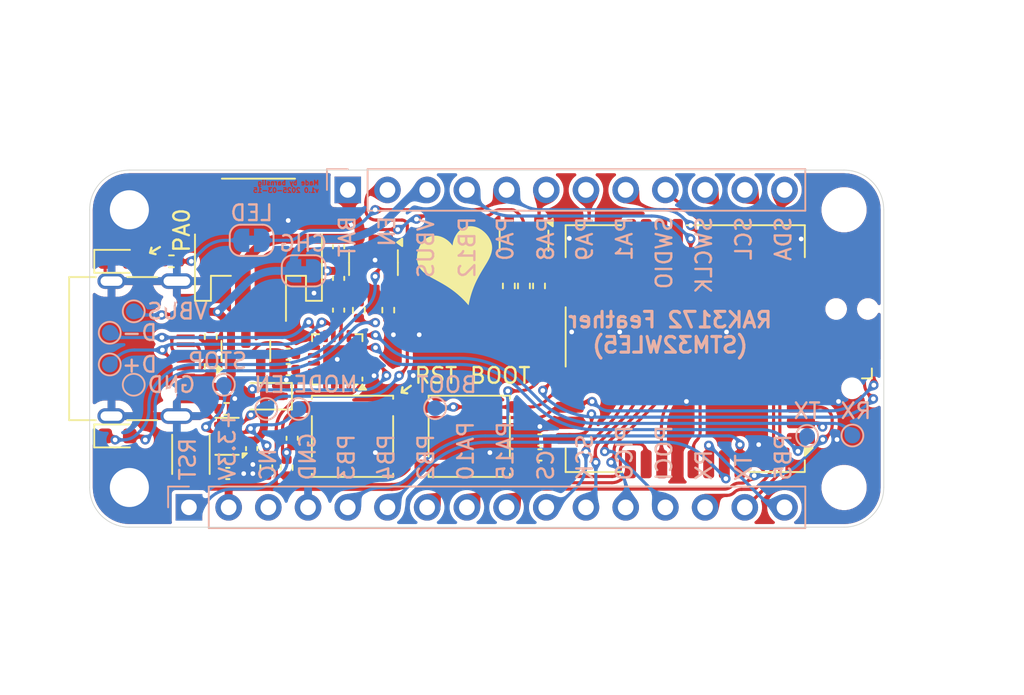
<source format=kicad_pcb>
(kicad_pcb (version 20241229) (generator "pcbnew") (generator_version "9.0")
  (title_block (title "RAK3172 Feather (STM32WLE5)"))
  (layers (0 "F.Cu" signal) (2 "B.Cu" signal) (13 "F.Paste" user) (15 "B.Paste" user) (5 "F.SilkS" user "F.Silkscreen") (7 "B.SilkS" user "B.Silkscreen") (1 "F.Mask" user) (3 "B.Mask" user) (25 "Edge.Cuts" user))
  (net 0 "")
  (net 1 "RST")
  (net 2 "GND")
  (net 3 "+3.3V")
  (net 4 "Net-(U3-V3_{OUT})")
  (net 5 "Net-(J1-CC2)")
  (net 6 "Net-(U3-UD-)")
  (net 7 "Net-(U3-UD+)")
  (net 8 "Net-(J1-CC1)")
  (net 17 "VBUS")
  (net 18 "+BATT")
  (net 19 "PA10{slash}A3")
  (net 20 "PA5{slash}SPI1_SCK")
  (net 21 "PA4{slash}SPI1_CS")
  (net 22 "PB5")
  (net 23 "PA7{slash}SPI1_PICO")
  (net 24 "PB4{slash}A1")
  (net 25 "PB6{slash}UART1_TX")
  (net 27 "PB2{slash}A2")
  (net 28 "PA15{slash}A4")
  (net 29 "PB3{slash}A0")
  (net 30 "PB7{slash}UART1_RX")
  (net 31 "PA6{slash}SPI1_POCI")
  (net 32 "PA1")
  (net 33 "EN")
  (net 34 "PA13{slash}SWDIO")
  (net 35 "PA14{slash}SWCLK")
  (net 36 "PA0")
  (net 37 "PA8")
  (net 38 "PA11{slash}I2C_SDA")
  (net 39 "PB12")
  (net 40 "PA9")
  (net 41 "PA12{slash}I2C_SCL")
  (net 42 "Net-(Q3-S)")
  (net 43 "PA3{slash}UART2_TX")
  (net 44 "PA2{slash}UART2_RX")
  (net 45 "Net-(D2-A)")
  (net 46 "Net-(D2-K)")
  (net 47 "Net-(D3-A)")
  (net 48 "Net-(JP1-A)")
  (net 49 "Net-(U5-SW)")
  (net 50 "Net-(U5-VSET)")
  (net 51 "Net-(U1-PROG)")
  (net 52 "BOOT")
  (net 53 "Net-(JP4-A)")
  (net 55 "Net-(U5-MODE)")
  (net 56 "Net-(U5-STOP)")
  (footprint "Capacitor_SMD:C_0402_1005Metric" (layer "F.Cu") (at 229.9716 133.8072 180)
    (property "Reference" "C3" (hide yes))
    (property "Value" "10uF")
  )
  (footprint "Resistor_SMD:R_0402_1005Metric" (layer "F.Cu") (at 229.914278 122.9868 90)
    (property "Reference" "R4" (hide yes))
    (property "Value" "10K")
  )
  (footprint "MountingHole:MountingHole_2.5mm" (layer "F.Cu") (at 249.428 135.89)
    (property "Reference" "H3" (hide yes))
    (property "Value" "MountingHole")
  )
  (footprint "Resistor_SMD:R_0402_1005Metric" (layer "F.Cu") (at 218.3892 124.5362 -90)
    (property "Reference" "R7" (hide yes))
    (property "Value" "1K")
  )
  (footprint "Resistor_SMD:R_0402_1005Metric" (layer "F.Cu") (at 213.7664 134.62 90)
    (property "Reference" "R1" (hide yes))
    (property "Value" "10K")
  )
  (footprint "Package_DFN_QFN:WCH_QFN-16-1EP_3x3mm_P0.5mm_EP1.8x1.8mm" (layer "F.Cu") (at 217.0065 127.6858 180)
    (property "Reference" "U3" (hide yes))
    (property "Value" "CH343P")
  )
  (footprint "Resistor_SMD:R_0402_1005Metric" (layer "F.Cu") (at 208.915 128.143 90)
    (property "Reference" "R3" (hide yes))
    (property "Value" "5.1k")
  )
  (footprint "Resistor_SMD:R_0402_1005Metric" (layer "F.Cu") (at 227.983878 122.9868 90)
    (property "Reference" "R10" (hide yes))
    (property "Value" "10M")
  )
  (footprint "Capacitor_SMD:C_0402_1005Metric" (layer "F.Cu") (at 217.0938 124.5362 90)
    (property "Reference" "C5" (hide yes))
    (property "Value" "100nF")
  )
  (footprint "Capacitor_SMD:C_0402_1005Metric" (layer "F.Cu") (at 217.0938 120.4722 -90)
    (property "Reference" "C9" (hide yes))
    (property "Value" "10uF")
  )
  (footprint "Resistor_SMD:R_0402_1005Metric" (layer "F.Cu") (at 206.4004 121.412 180)
    (property "Reference" "R8" (hide yes))
    (property "Value" "1K")
  )
  (footprint "Resistor_SMD:R_0402_1005Metric" (layer "F.Cu") (at 212.471 134.62 90)
    (property "Reference" "R11" (hide yes))
    (property "Value" "1M")
  )
  (footprint "Resistor_SMD:R_0402_1005Metric" (layer "F.Cu") (at 220.2688 124.5362 -90)
    (property "Reference" "R6" (hide yes))
    (property "Value" "2K")
  )
  (footprint "Capacitor_SMD:C_0402_1005Metric" (layer "F.Cu") (at 229.9716 132.842 180)
    (property "Reference" "C2" (hide yes))
    (property "Value" "100nF")
  )
  (footprint "MountingHole:MountingHole_2.5mm" (layer "F.Cu") (at 249.428 118.11)
    (property "Reference" "H2" (hide yes))
    (property "Value" "MountingHole")
  )
  (footprint "parts:TS-1187A-B-A-B" (layer "F.Cu") (at 225.4504 132.6134)
    (property "Reference" "SW2" (hide yes))
    (property "Value" "BOOT")
  )
  (footprint "Package_TO_SOT_SMD:SOT-23" (layer "F.Cu") (at 211.1615 127.1524 90)
    (property "Reference" "Q1" (hide yes))
    (property "Value" "AO3401A")
  )
  (footprint "Package_TO_SOT_SMD:SOT-23-5" (layer "F.Cu") (at 219.324191 121.496653 -90)
    (property "Reference" "U1" (hide yes))
    (property "Value" "TP4054")
  )
  (footprint "parts:L_Murata_DFE201612E" (layer "F.Cu") (at 207.645 133.769 -90)
    (property "Reference" "L1" (hide yes))
    (property "Value" "2.2uH")
  )
  (footprint "Connector_USB:USB_C_Receptacle_XKB_U262-16XN-4BVC11" (layer "F.Cu") (at 203.64 126.998 -90)
    (property "Reference" "J1" (hide yes))
    (property "Value" "USB_C_Receptacle_USB2.0_14P")
  )
  (footprint "MountingHole:MountingHole_2.5mm_Pad_TopBottom" (layer "F.Cu") (at 203.708 118.11)
    (property "Reference" "H1" (hide yes))
    (property "Value" "MountingHole")
  )
  (footprint "MountingHole:MountingHole_2.5mm_Pad_TopBottom" (layer "F.Cu") (at 203.708 135.89)
    (property "Reference" "H4" (hide yes))
    (property "Value" "MountingHole")
  )
  (footprint "LED_SMD:LED_0603_1608Metric" (layer "F.Cu") (at 202.946 132.588)
    (property "Reference" "D2" (hide yes))
    (property "Value" "CHG" (hide yes))
  )
  (footprint "Capacitor_SMD:C_0402_1005Metric" (layer "F.Cu") (at 211.5312 133.4008 -90)
    (property "Reference" "C7" (hide yes))
    (property "Value" "4.7uF")
  )
  (footprint "Resistor_SMD:R_0402_1005Metric" (layer "F.Cu") (at 228.949078 122.9868 -90)
    (property "Reference" "R9" (hide yes))
    (property "Value" "4.7M")
  )
  (footprint "Package_TO_SOT_SMD:SOT-23" (layer "F.Cu") (at 228.9556 120.0912 -90)
    (property "Reference" "Q3" (hide yes))
    (property "Value" "AO3401A")
  )
  (footprint "Capacitor_SMD:C_0402_1005Metric" (layer "F.Cu") (at 213.868 127.3556 180)
    (property "Reference" "C4" (hide yes))
    (property "Value" "1uF")
  )
  (footprint "Capacitor_SMD:C_0402_1005Metric" (layer "F.Cu") (at 210.0046 134.9908)
    (property "Reference" "C8" (hide yes))
    (property "Value" "10uF")
  )
  (footprint "LED_SMD:LED_0603_1608Metric" (layer "F.Cu") (at 202.946 121.412)
    (property "Reference" "D3" (hide yes))
    (property "Value" "PA0")
  )
  (footprint "Capacitor_SMD:C_0402_1005Metric" (layer "F.Cu") (at 214.122 132.7404 90)
    (property "Reference" "C1" (hide yes))
    (property "Value" "100nF")
  )
  (footprint "Connector_JST:JST_PH_S2B-PH-SM4-TB_1x02-1MP_P2.00mm_Horizontal" (layer "F.Cu") (at 211.9658 120.629 180)
    (property "Reference" "J2" (hide yes))
    (property "Value" "JST PH-2")
  )
  (footprint "Diode_SMD:D_SOD-323" (layer "F.Cu") (at 212.4964 130.048 180)
    (property "Reference" "D1" (hide yes))
    (property "Value" "1N5819")
  )
  (footprint "Capacitor_SMD:C_0402_1005Metric" (layer "F.Cu") (at 213.868 128.3462 180)
    (property "Reference" "C6" (hide yes))
    (property "Value" "1uF")
  )
  (footprint "Resistor_SMD:R_0402_1005Metric" (layer "F.Cu") (at 209.931 130.8608)
    (property "Reference" "R5" (hide yes))
    (property "Value" "267k")
  )
  (footprint "RF_Module:RAK3172" (layer "F.Cu") (at 239.268 127 180)
    (property "Reference" "U2" (hide yes))
    (property "Value" "RAK3172")
  )
  (footprint "Capacitor_SMD:C_0402_1005Metric" (layer "F.Cu") (at 217.0938 122.5042 -90)
    (property "Reference" "C10" (hide yes))
    (property "Value" "4.7uF")
  )
  (footprint "Connector:Tag-Connect_TC2030-IDC-NL_2x03_P1.27mm_Vertical" (layer "F.Cu") (at 249.936 127 90)
    (property "Reference" "J6" (hide yes))
    (property "Value" "TC2030")
  )
  (footprint "parts:TS-1187A-B-A-B" (layer "F.Cu") (at 217.9828 132.6134)
    (property "Reference" "SW1" (hide yes))
    (property "Value" "RST")
  )
  (footprint "Package_SON:VSON-8_1.5x2mm_P0.5mm" (layer "F.Cu") (at 209.9564 132.6134 180)
    (property "Reference" "U5" (hide yes))
    (property "Value" "TPS62840DLC")
  )
  (footprint "Resistor_SMD:R_0402_1005Metric" (layer "F.Cu") (at 208.915 126.238 -90)
    (property "Reference" "R2" (hide yes))
    (property "Value" "5.1k")
  )
  (footprint "Connector_PinHeader_2.54mm:PinHeader_1x16_P2.54mm_Vertical" (layer "B.Cu") (at 207.518 137.16 -90)
    (property "Reference" "J3" (hide yes))
    (property "Value" "Conn_01x16_Pin")
  )
  (footprint "TestPoint:TestPoint_Pad_D1.0mm" (layer "B.Cu") (at 202.452879 125.984)
    (property "Reference" "TP2" (hide yes))
    (property "Value" "D-")
  )
  (footprint "TestPoint:TestPoint_Pad_D1.0mm" (layer "B.Cu") (at 212.471 130.8608)
    (property "Reference" "TP6" (hide yes))
    (property "Value" "EN")
  )
  (footprint "TestPoint:TestPoint_Pad_D1.0mm" (layer "B.Cu") (at 247.0658 132.588)
    (property "Reference" "TP8" (hide yes))
    (property "Value" "TX")
  )
  (footprint "TestPoint:TestPoint_Pad_D1.0mm" (layer "B.Cu") (at 214.5284 130.8608)
    (property "Reference" "TP10" (hide yes))
    (property "Value" "MODE")
  )
  (footprint "TestPoint:TestPoint_Pad_D1.0mm" (layer "B.Cu") (at 202.452879 128.016)
    (property "Reference" "TP3" (hide yes))
    (property "Value" "D+")
  )
  (footprint "TestPoint:TestPoint_Pad_D1.0mm" (layer "B.Cu") (at 203.9874 124.6124)
    (property "Reference" "TP1" (hide yes))
    (property "Value" "VBUS")
  )
  (footprint "TestPoint:TestPoint_Pad_D1.0mm" (layer "B.Cu") (at 223.266 130.81)
    (property "Reference" "TP7" (hide yes))
    (property "Value" "BOOT")
  )
  (footprint "Jumper:SolderJumper-2_P1.3mm_Bridged_RoundedPad1.0x1.5mm" (layer "B.Cu") (at 211.5312 120.0658)
    (property "Reference" "JP1" (hide yes))
    (property "Value" "LED")
  )
  (footprint "Connector_PinHeader_2.54mm:PinHeader_1x12_P2.54mm_Vertical" (layer "B.Cu") (at 217.678 116.84 -90)
    (property "Reference" "J4" (hide yes))
    (property "Value" "Conn_01x12_Pin")
  )
  (footprint "Jumper:SolderJumper-2_P1.3mm_Bridged_RoundedPad1.0x1.5mm" (layer "B.Cu") (at 214.8586 122.0216 180)
    (property "Reference" "JP4" (hide yes))
    (property "Value" "CHG")
  )
  (footprint "TestPoint:TestPoint_Pad_D1.0mm" (layer "B.Cu") (at 249.9614 132.5626)
    (property "Reference" "TP9" (hide yes))
    (property "Value" "RX")
  )
  (footprint "TestPoint:TestPoint_Pad_D1.0mm" (layer "B.Cu") (at 203.9874 129.3114)
    (property "Reference" "TP4" (hide yes))
    (property "Value" "GND")
  )
  (footprint "TestPoint:TestPoint_Pad_D1.0mm" (layer "B.Cu") (at 209.7532 129.3114)
    (property "Reference" "TP5" (hide yes))
    (property "Value" "STOP")
  )
  (gr_curve (pts (xy 211.0232 132.6642) (xy 211.0232 132.6642) (xy 211.0232 132.6642) (xy 211.0232 132.6642)) (stroke (width 0.2)) (layer "F.Cu") (net 33))
  (gr_line (start 205.037076 120.859502) (end 205.659246 120.500291) (stroke (width 0.153)) (layer "F.SilkS"))
  (gr_poly (pts (xy 225.29346 119.18681) (xy 225.346025 119.175919) (xy 225.399101 119.167907) (xy 225.452569 119.162715) (xy 225.506305 119.160286) (xy 225.560186 119.160557) (xy 225.614091 119.163469) (xy 225.667897 119.168961) (xy 225.721484 119.176976) (xy 225.774728 119.187454) (xy 225.827507 119.200334) (xy 225.8797 119.215555) (xy 225.931185 119.233059) (xy 225.981839 119.252787) (xy 226.03154 119.274677) (xy 226.064427 119.290581) (xy 226.096868 119.30736) (xy 226.128858 119.324987) (xy 226.160394 119.343434) (xy 226.19147 119.362676) (xy 226.222082 119.382685) (xy 226.252226 119.403436) (xy 226.281896 119.4249) (xy 226.311089 119.447052) (xy 226.3398 119.469862) (xy 226.368025 119.493307) (xy 226.395759 119.51736) (xy 226.422997 119.541991) (xy 226.449736 119.567176) (xy 226.47597 119.592887) (xy 226.501695 119.619097) (xy 226.544475 119.665116) (xy 226.58572 119.712806) (xy 226.625275 119.762082) (xy 226.662984 119.812867) (xy 226.698694 119.865077) (xy 226.732249 119.918636) (xy 226.763493 119.973459) (xy 226.792272 120.02947) (xy 226.818431 120.086586) (xy 226.841815 120.144727) (xy 226.862269 120.203812) (xy 226.879638 120.263762) (xy 226.893767 120.324496) (xy 226.904501 120.385933) (xy 226.911687 120.447994) (xy 226.915166 120.510597) (xy 226.915456 120.545266) (xy 226.914617 120.579873) (xy 226.91269 120.614403) (xy 226.909714 120.648842) (xy 226.905732 120.683179) (xy 226.900785 120.717398) (xy 226.894914 120.751488) (xy 226.88816 120.785432) (xy 226.880565 120.81922) (xy 226.872169 120.852837) (xy 226.863013 120.88627) (xy 226.853139 120.919504) (xy 226.842588 120.952527) (xy 226.8314 120.985326) (xy 226.807281 121.050195) (xy 226.788107 121.097573) (xy 226.767905 121.144464) (xy 226.746753 121.1909) (xy 226.724724 121.236914) (xy 226.701891 121.282536) (xy 226.678329 121.327801) (xy 226.629315 121.417385) (xy 226.578275 121.50592) (xy 226.5258 121.593669) (xy 226.418922 121.767829) (xy 226.283085 121.991102) (xy 226.216435 122.103519) (xy 226.150992 122.216636) (xy 226.087028 122.330588) (xy 226.024816 122.44551) (xy 225.964628 122.561536) (xy 225.906733 122.678802) (xy 225.822019 122.863188) (xy 225.743629 123.050458) (xy 225.67164 123.240384) (xy 225.606123 123.432741) (xy 225.547153 123.627301) (xy 225.494804 123.823837) (xy 225.449149 124.022122) (xy 225.41026 124.221929) (xy 225.405472 124.223786) (xy 225.271796 124.070286) (xy 225.13301 123.921481) (xy 224.989296 123.777538) (xy 224.840834 123.638615) (xy 224.687804 123.504875) (xy 224.530391 123.37648) (xy 224.368775 123.253593) (xy 224.286447 123.194266) (xy 224.203135 123.136375) (xy 224.094307 123.063822) (xy 223.984104 122.993456) (xy 223.872695 122.925034) (xy 223.760253 122.858318) (xy 223.646951 122.793065) (xy 223.532959 122.729034) (xy 223.303594 122.603674) (xy 223.12394 122.506419) (xy 223.034654 122.456731) (xy 222.946224 122.405646) (xy 222.859027 122.352638) (xy 222.773435 122.297189) (xy 222.731357 122.268387) (xy 222.689821 122.238778) (xy 222.648874 122.208298) (xy 222.608559 122.176883) (xy 222.555204 122.132786) (xy 222.503414 122.086668) (xy 222.478215 122.062829) (xy 222.453537 122.038459) (xy 222.429422 122.013548) (xy 222.405915 121.98809) (xy 222.383057 121.962074) (xy 222.360892 121.935493) (xy 222.339465 121.908337) (xy 222.318815 121.880599) (xy 222.298988 121.852268) (xy 222.280026 121.823338) (xy 222.261972 121.793799) (xy 222.24487 121.763643) (xy 222.216548 121.707712) (xy 222.191713 121.650408) (xy 222.170266 121.591878) (xy 222.152114 121.532266) (xy 222.137164 121.471717) (xy 222.125318 121.410377) (xy 222.116483 121.348392) (xy 222.110564 121.285906) (xy 222.107466 121.223065) (xy 222.107095 121.160015) (xy 222.109355 121.096902) (xy 222.114153 121.03387) (xy 222.121392 120.971065) (xy 222.13098 120.908633) (xy 222.142818 120.846718) (xy 222.156815 120.785467) (xy 222.165963 120.749895) (xy 222.175796 120.714495) (xy 222.186324 120.679295) (xy 222.197558 120.644319) (xy 222.209509 120.609597) (xy 222.222185 120.575152) (xy 222.235597 120.541012) (xy 222.249757 120.507202) (xy 222.264676 120.473748) (xy 222.280359 120.440678) (xy 222.296822 120.408016) (xy 222.314072 120.37579) (xy 222.332119 120.344025) (xy 222.350977 120.312746) (xy 222.370651 120.281982) (xy 222.391156 120.251759) (xy 222.423228 120.207921) (xy 222.45721 120.165483) (xy 222.493026 120.124554) (xy 222.530601 120.085247) (xy 222.569857 120.047676) (xy 222.610719 120.011952) (xy 222.653111 119.978187) (xy 222.696953 119.946496) (xy 222.742174 119.91699) (xy 222.788693 119.88978) (xy 222.836439 119.864983) (xy 222.885329 119.842706) (xy 222.935292 119.823064) (xy 222.986248 119.806171) (xy 223.038124 119.792137) (xy 223.090841 119.781076) (xy 223.139681 119.773636) (xy 223.188731 119.768751) (xy 223.237916 119.766349) (xy 223.287163 119.766357) (xy 223.336397 119.7687) (xy 223.385539 119.773306) (xy 223.434519 119.780104) (xy 223.483261 119.789018) (xy 223.531687 119.799976) (xy 223.579724 119.812904) (xy 223.627299 119.82773) (xy 223.674334 119.84438) (xy 223.720755 119.862781) (xy 223.766488 119.88286) (xy 223.811457 119.904546) (xy 223.855588 119.927763) (xy 223.893942 119.949538) (xy 223.931667 119.972423) (xy 223.968733 119.996396) (xy 224.005113 120.021431) (xy 224.04078 120.047505) (xy 224.075708 120.074595) (xy 224.109867 120.102674) (xy 224.143231 120.13172) (xy 224.175774 120.16171) (xy 224.207467 120.192617) (xy 224.238284 120.224417) (xy 224.268197 120.25709) (xy 224.297177 120.290608) (xy 224.325199 120.324949) (xy 224.352235 120.360087) (xy 224.378258 120.396) (xy 224.3836 120.394569) (xy 224.388151 120.35045) (xy 224.393964 120.306489) (xy 224.401026 120.262721) (xy 224.409327 120.219181) (xy 224.418855 120.175905) (xy 224.4296 120.132929) (xy 224.441551 120.090286) (xy 224.454696 120.048014) (xy 224.469026 120.006145) (xy 224.484527 119.964717) (xy 224.50119 119.923765) (xy 224.519002 119.883322) (xy 224.537955 119.843427) (xy 224.558035 119.804111) (xy 224.579234 119.765413) (xy 224.601537 119.727367) (xy 224.628124 119.685179) (xy 224.656208 119.643894) (xy 224.685759 119.603614) (xy 224.716749 119.56444) (xy 224.74915 119.526474) (xy 224.782931 119.489816) (xy 224.818065 119.454568) (xy 224.854521 119.420829) (xy 224.892271 119.388704) (xy 224.931288 119.358292) (xy 224.971541 119.329694) (xy 225.013003 119.303013) (xy 225.055644 119.27835) (xy 225.099435 119.255803) (xy 225.144348 119.235478) (xy 225.190352 119.217474) (xy 225.241528 119.200641)) (stroke (width -0.000001)) (fill yes) (layer "F.SilkS"))
  (gr_line (start 221.477942 129.859885) (end 221.12672 129.804258) (stroke (width 0.153)) (layer "F.SilkS"))
  (gr_line (start 221.12672 129.804258) (end 221.707933 129.38198) (stroke (width 0.153)) (layer "F.SilkS"))
  (gr_line (start 205.037076 120.859502) (end 205.122124 120.542098) (stroke (width 0.153)) (layer "F.SilkS"))
  (gr_line (start 221.12672 129.804258) (end 221.178124 129.479702) (stroke (width 0.153)) (layer "F.SilkS"))
  (gr_line (start 205.38056 120.951537) (end 205.037076 120.859502) (stroke (width 0.153)) (layer "F.SilkS"))
  (gr_arc (start 249.428 115.57) (mid 251.224051 116.313949) (end 251.968 118.11) (stroke (width 0.05)) (layer "Edge.Cuts"))
  (gr_line (start 203.708 115.57) (end 249.428 115.57) (stroke (width 0.05)) (layer "Edge.Cuts"))
  (gr_arc (start 203.708 138.43) (mid 201.911949 137.686051) (end 201.168 135.89) (stroke (width 0.05)) (layer "Edge.Cuts"))
  (gr_arc (start 201.168 118.11) (mid 201.911949 116.313949) (end 203.708 115.57) (stroke (width 0.05)) (layer "Edge.Cuts"))
  (gr_line (start 251.968 118.11) (end 251.968 135.89) (stroke (width 0.05)) (layer "Edge.Cuts"))
  (gr_arc (start 251.968 135.89) (mid 251.224051 137.686051) (end 249.428 138.43) (stroke (width 0.05)) (layer "Edge.Cuts"))
  (gr_line (start 249.428 138.43) (end 203.708 138.43) (stroke (width 0.05)) (layer "Edge.Cuts"))
  (gr_line (start 201.168 135.89) (end 201.168 118.11) (stroke (width 0.05)) (layer "Edge.Cuts"))
  (gr_text "Made by barnslig\nv1.0 2025-03-15" (at 215.8746 117.0432 0) (layer "B.Cu" knockout) (effects (font (size 0.3 0.3) (thickness 0.075) (bold yes)) (justify left bottom mirror)))
  (gr_text "PA8" (at 230.9368 118.4656 90) (layer "B.SilkS") (effects (font (size 1 1) (thickness 0.153)) (justify left bottom mirror)))
  (gr_text "PA0" (at 228.346 118.4656 90) (layer "B.SilkS") (effects (font (size 1 1) (thickness 0.153)) (justify left bottom mirror)))
  (gr_text "PA9" (at 233.426 118.4656 90) (layer "B.SilkS") (effects (font (size 1 1) (thickness 0.153)) (justify left bottom mirror)))
  (gr_text "PA10" (at 225.806 135.5344 90) (layer "B.SilkS") (effects (font (size 1 1) (thickness 0.153)) (justify right bottom mirror)))
  (gr_text "+3.3V" (at 210.566 135.5344 90) (layer "B.SilkS") (effects (font (size 1 1) (thickness 0.153)) (justify right bottom mirror)))
  (gr_text "RAK3172 Feather\n(STM32WLE5)" (at 238.3028 127.3556 0) (layer "B.SilkS") (effects (font (size 1 1) (thickness 0.2) (bold yes)) (justify bottom mirror)))
  (gr_text "PA15" (at 228.346 135.5344 90) (layer "B.SilkS") (effects (font (size 1 1) (thickness 0.153)) (justify right bottom mirror)))
  (gr_text "PB2" (at 223.266 135.5344 90) (layer "B.SilkS") (effects (font (size 1 1) (thickness 0.153)) (justify right bottom mirror)))
  (gr_text "PB5" (at 246.126 135.5344 90) (layer "B.SilkS") (effects (font (size 1 1) (thickness 0.153)) (justify right bottom mirror)))
  (gr_text "PB12" (at 225.9076 118.4656 90) (layer "B.SilkS") (effects (font (size 1 1) (thickness 0.153)) (justify left bottom mirror)))
  (gr_text "PA1" (at 235.966 118.4656 90) (layer "B.SilkS") (effects (font (size 1 1) (thickness 0.153)) (justify left bottom mirror)))
  (gr_text "RST" (at 208.026 135.5344 90) (layer "B.SilkS") (effects (font (size 1 1) (thickness 0.153)) (justify right bottom mirror)))
  (gr_text "PB3" (at 218.186 135.5344 90) (layer "B.SilkS") (effects (font (size 1 1) (thickness 0.153)) (justify right bottom mirror)))
  (gr_text "CS" (at 230.9368 135.5344 90) (layer "B.SilkS") (effects (font (size 1 1) (thickness 0.153)) (justify right bottom mirror)))
  (gr_text "RX" (at 241.046 135.5344 90) (layer "B.SilkS") (effects (font (size 1 1) (thickness 0.153)) (justify right bottom mirror)))
  (gr_text "TX" (at 243.586 135.5852 90) (layer "B.SilkS") (effects (font (size 1 1) (thickness 0.153)) (justify right bottom mirror)))
  (gr_text "POCI" (at 238.506 135.5344 90) (layer "B.SilkS") (effects (font (size 1 1) (thickness 0.153)) (justify right bottom mirror)))
  (gr_text "VBUS" (at 223.266 118.5164 90) (layer "B.SilkS") (effects (font (size 1 1) (thickness 0.153)) (justify left bottom mirror)))
  (gr_text "PB4" (at 220.726 135.5344 90) (layer "B.SilkS") (effects (font (size 1 1) (thickness 0.153)) (justify right bottom mirror)))
  (gr_text "SWDIO" (at 238.506 118.4656 90) (layer "B.SilkS") (effects (font (size 1 1) (thickness 0.153)) (justify left bottom mirror)))
  (gr_text "SWCLK" (at 241.046 118.4656 90) (layer "B.SilkS") (effects (font (size 1 1) (thickness 0.153)) (justify left bottom mirror)))
  (gr_text "PICO" (at 235.966 135.5344 90) (layer "B.SilkS") (effects (font (size 1 1) (thickness 0.153)) (justify right bottom mirror)))
  (gr_text "EN" (at 220.7768 118.4148 90) (layer "B.SilkS") (effects (font (size 1 1) (thickness 0.153)) (justify left bottom mirror)))
  (gr_text "GND" (at 215.6968 135.5344 90) (layer "B.SilkS") (effects (font (size 1 1) (thickness 0.153)) (justify right bottom mirror)))
  (gr_text "NC" (at 213.1568 135.5344 90) (layer "B.SilkS") (effects (font (size 1 1) (thickness 0.153)) (justify right bottom mirror)))
  (gr_text "BAT" (at 218.2368 118.4148 90) (layer "B.SilkS") (effects (font (size 1 1) (thickness 0.153)) (justify left bottom mirror)))
  (gr_text "SDA" (at 246.126 118.4656 90) (layer "B.SilkS") (effects (font (size 1 1) (thickness 0.153)) (justify left bottom mirror)))
  (gr_text "SCK" (at 233.426 135.5344 90) (layer "B.SilkS") (effects (font (size 1 1) (thickness 0.153)) (justify right bottom mirror)))
  (gr_text "SCL" (at 243.586 118.4656 90) (layer "B.SilkS") (effects (font (size 1 1) (thickness 0.153)) (justify left bottom mirror)))
  (segment (start 232.62749 130.568523) (end 232.632191 130.563822) (width 0.2) (layer "F.Cu") (net 1))
  (segment (start 213.5056 132.564091) (end 213.5056 132.452627) (width 0.2) (layer "F.Cu") (net 1))
  (segment (start 231.899981 130.75) (end 231.685989 130.75) (width 0.2) (layer "F.Cu") (net 1))
  (segment (start 232.161052 130.75) (end 232.152962 130.75) (width 0.2) (layer "F.Cu") (net 1))
  (segment (start 213.7664 133.6548) (end 213.7664 133.925586) (width 0.2) (layer "F.Cu") (net 1))
  (segment (start 231.899981 130.75) (end 232.108467 130.75) (width 0.2) (layer "F.Cu") (net 1))
  (segment (start 214.9828 130.7384) (end 220.9828 130.7384) (width 0.2) (layer "F.Cu") (net 1))
  (segment (start 250.95165 127.38065) (end 250.571 127) (width 0.2) (layer "F.Cu") (net 1))
  (segment (start 232.140827 130.75) (end 232.108467 130.75) (width 0.2) (layer "F.Cu") (net 1))
  (segment (start 233.308965 130.387047) (end 233.058966 130.387047) (width 0.2) (layer "F.Cu") (net 1))
  (segment (start 213.5056 133.664786) (end 213.5056 133.647112) (width 0.2) (layer "F.Cu") (net 1))
  (segment (start 213.5056 133.541073) (end 213.5056 133.576419) (width 0.2) (layer "F.Cu") (net 1))
  (segment (start 231.605742 130.75) (end 231.552244 130.75) (width 0.2) (layer "F.Cu") (net 1))
  (segment (start 232.169142 130.75) (end 232.161052 130.75) (width 0.2) (layer "F.Cu") (net 1))
  (segment (start 213.5056 133.611765) (end 213.5056 133.576419) (width 0.2) (layer "F.Cu") (net 1))
  (segment (start 213.5056 132.901394) (end 213.5056 132.942492) (width 0.2) (layer "F.Cu") (net 1))
  (segment (start 231.498746 130.75) (end 231.445248 130.75) (width 0.2) (layer "F.Cu") (net 1))
  (segment (start 213.5056 133.505727) (end 213.5056 133.541073) (width 0.2) (layer "F.Cu") (net 1))
  (segment (start 221.2065 131.1907) (end 220.9828 130.967) (width 0.2) (layer "F.Cu") (net 1))
  (segment (start 213.5056 133.410444) (end 213.5056 133.505727) (width 0.2) (layer "F.Cu") (net 1))
  (segment (start 232.169142 130.75) (end 232.177232 130.75) (width 0.2) (layer "F.Cu") (net 1))
  (segment (start 232.185322 130.75) (end 232.177232 130.75) (width 0.2) (layer "F.Cu") (net 1))
  (segment (start 232.152962 130.75) (end 232.140827 130.75) (width 0.2) (layer "F.Cu") (net 1))
  (segment (start 213.7664 133.6154) (end 213.7664 133.6548) (width 0.2) (layer "F.Cu") (net 1))
  (segment (start 213.79426 133.548139) (end 214.122 133.2204) (width 0.2) (layer "F.Cu") (net 1))
  (segment (start 213.5056 133.296722) (end 213.5056 133.353583) (width 0.2) (layer "F.Cu") (net 1))
  (segment (start 231.445248 130.75) (end 231.39175 130.75) (width 0.2) (layer "F.Cu") (net 1))
  (segment (start 213.5056 132.564091) (end 213.5056 132.901394) (width 0.2) (layer "F.Cu") (net 1))
  (segment (start 221.746559 131.4144) (end 229.760998 131.4144) (width 0.2) (layer "F.Cu") (net 1))
  (segment (start 213.5056 132.265884) (end 213.5056 132.452627) (width 0.2) (layer "F.Cu") (net 1))
  (segment (start 213.5056 132.942492) (end 213.5056 133.197599) (width 0.2) (layer "F.Cu") (net 1))
  (segment (start 213.5056 133.353583) (end 213.5056 133.410444) (width 0.2) (layer "F.Cu") (net 1))
  (segment (start 214.55425 130.7592) (end 214.775 130.7592) (width 0.2) (layer "F.Cu") (net 1))
  (segment (start 251.3323 128.29962) (end 251.3323 129.3368) (width 0.2) (layer "F.Cu") (net 1))
  (segment (start 214.177406 130.915293) (end 213.91955 131.17315) (width 0.2) (layer "F.Cu") (net 1))
  (segment (start 213.5056 133.611765) (end 213.5056 133.647112) (width 0.2) (layer "F.Cu") (net 1))
  (segment (start 232.189367 130.75) (end 232.185322 130.75) (width 0.2) (layer "F.Cu") (net 1))
  (segment (start 213.5056 133.197599) (end 213.5056 133.296722) (width 0.2) (layer "F.Cu") (net 1))
  (segment (start 231.552244 130.75) (end 231.498746 130.75) (width 0.2) (layer "F.Cu") (net 1))
  (segment (start 213.5056 132.265884) (end 213.5056 132.172513) (width 0.2) (layer "F.Cu") (net 1))
  (segment (start 231.365001 130.75) (end 231.39175 130.75) (width 0.2) (layer "F.Cu") (net 1))
  (segment (start 231.605742 130.75) (end 231.685989 130.75) (width 0.2) (layer "F.Cu") (net 1))
  (via (at 213.7664 133.6548) (size 0.6) (drill 0.3) (layers "F.Cu" "B.Cu") (net 1))
  (via (at 233.308965 130.387047) (size 0.6) (drill 0.3) (layers "F.Cu" "B.Cu") (net 1))
  (via (at 251.3323 129.3368) (size 0.6) (drill 0.3) (layers "F.Cu" "B.Cu") (net 1))
  (arc (start 213.91955 131.17315) (mid 213.613182 131.631661) (end 213.5056 132.172513) (width 0.2) (layer "F.Cu") (net 1))
  (arc (start 213.7664 133.6154) (mid 213.77364 133.578998) (end 213.79426 133.548139) (width 0.2) (layer "F.Cu") (net 1))
  (arc (start 214.55425 130.7592) (mid 214.350303 130.799767) (end 214.177406 130.915293) (width 0.2) (layer "F.Cu") (net 1))
  (arc (start 232.632191 130.563822) (mid 232.827997 130.432989) (end 233.058966 130.387047) (width 0.2) (layer "F.Cu") (net 1))
  (arc (start 230.563 131.0822) (mid 230.930961 130.836335) (end 231.365001 130.75) (width 0.2) (layer "F.Cu") (net 1))
  (arc (start 230.563 131.0822) (mid 230.195038 131.328064) (end 229.760998 131.4144) (width 0.2) (layer "F.Cu") (net 1))
  (arc (start 213.5056 133.664786) (mid 213.539489 133.835162) (end 213.636 133.9796) (width 0.2) (layer "F.Cu") (net 1))
  (arc (start 213.636 133.9796) (mid 213.719245 133.996158) (end 213.7664 133.925586) (width 0.2) (layer "F.Cu") (net 1))
  (arc (start 221.746559 131.4144) (mid 221.454281 131.356262) (end 221.2065 131.1907) (width 0.2) (layer "F.Cu") (net 1))
  (arc (start 232.189367 130.75) (mid 232.426477 130.702835) (end 232.62749 130.568523) (width 0.2) (layer "F.Cu") (net 1))
  (arc (start 251.3323 128.29962) (mid 251.233372 127.802277) (end 250.95165 127.38065) (width 0.2) (layer "F.Cu") (net 1))
  (segment (start 233.682523 130.685523) (end 233.410592 130.413592) (width 0.2) (layer "B.Cu") (net 1))
  (segment (start 211.504261 135.9916) (end 210.274583 135.9916) (width 0.2) (layer "B.Cu") (net 1))
  (segment (start 207.899 137.16) (end 207.518 137.16) (width 0.2) (layer "B.Cu") (net 1))
  (segment (start 251.419169 129.373227) (end 251.3704 129.373227) (width 0.2) (layer "B.Cu") (net 1))
  (segment (start 213.7664 133.6548) (end 213.7918 133.6802) (width 0.2) (layer "B.Cu") (net 1))
  (segment (start 250.490486 130.178613) (end 251.243174 129.425925) (width 0.2) (layer "B.Cu") (net 1))
  (segment (start 251.382742 129.3368) (end 251.3323 129.3368) (width 0.2) (layer "B.Cu") (net 1))
  (segment (start 213.488002 134.965909) (end 213.139756 135.314156) (width 0.2) (layer "B.Cu") (net 1))
  (segment (start 248.546111 130.984) (end 234.403109 130.984) (width 0.2) (layer "B.Cu") (net 1))
  (segment (start 208.864199 136.575799) (end 208.549407 136.890592) (width 0.2) (layer "B.Cu") (net 1))
  (segment (start 233.346506 130.387047) (end 233.308965 130.387047) (width 0.2) (layer "B.Cu") (net 1))
  (segment (start 213.8172 134.171156) (end 213.8172 133.741521) (width 0.2) (layer "B.Cu") (net 1))
  (arc (start 213.488002 134.965909) (mid 213.731644 134.601273) (end 213.8172 134.171156) (width 0.2) (layer "B.Cu") (net 1))
  (arc (start 251.3704 129.373227) (mid 251.301545 129.386922) (end 251.243174 129.425925) (width 0.2) (layer "B.Cu") (net 1))
  (arc (start 208.864199 136.575799) (mid 209.511289 136.143428) (end 210.274583 135.9916) (width 0.2) (layer "B.Cu") (net 1))
  (arc (start 207.899 137.16) (mid 208.250997 137.089983) (end 208.549407 136.890592) (width 0.2) (layer "B.Cu") (net 1))
  (arc (start 251.382742 129.3368) (mid 251.406539 129.341533) (end 251.426713 129.355013) (width 0.2) (layer "B.Cu") (net 1))
  (arc (start 248.546111 130.984) (mid 249.598399 130.774686) (end 250.490486 130.178613) (width 0.2) (layer "B.Cu") (net 1))
  (arc (start 213.139756 135.314156) (mid 212.389384 135.815538) (end 211.504261 135.9916) (width 0.2) (layer "B.Cu") (net 1))
  (arc (start 251.419169 129.373227) (mid 251.429026 129.36664) (end 251.426713 129.355013) (width 0.2) (layer "B.Cu") (net 1))
  (arc (start 233.682523 130.685523) (mid 234.01313 130.906428) (end 234.403109 130.984) (width 0.2) (layer "B.Cu") (net 1))
  (arc (start 213.7918 133.6802) (mid 213.810598 133.708334) (end 213.8172 133.741521) (width 0.2) (layer "B.Cu") (net 1))
  (arc (start 233.346506 130.387047) (mid 233.381189 130.393945) (end 233.410592 130.413592) (width 0.2) (layer "B.Cu") (net 1))
  (segment (start 219.325998 128.673827) (end 219.325998 128.495598) (width 0.2) (layer "F.Cu") (net 2))
  (segment (start 219.182313 128.148713) (end 219.137479 128.103879) (width 0.2) (layer "F.Cu") (net 2))
  (segment (start 219.425922 128.6695) (end 219.361311 128.734111) (width 0.2) (layer "F.Cu") (net 2))
  (segment (start 202.36175 122.47475) (end 202.565 122.678) (width 0.2) (layer "F.Cu") (net 2))
  (segment (start 238.768 134.4) (end 239.014 134.154) (width 0.2) (layer "F.Cu") (net 2))
  (segment (start 202.1585 121.984061) (end 202.1585 121.412) (width 0.2) (layer "F.Cu") (net 2))
  (segment (start 219.343654 128.716454) (end 219.361311 128.734111) (width 0.2) (layer "F.Cu") (net 2))
  (segment (start 219.399159 128.604889) (end 219.232089 128.604889) (width 0.2) (layer "F.Cu") (net 2))
  (segment (start 218.7317 127.9358) (end 218.494 127.9358) (width 0.2) (layer "F.Cu") (net 2))
  (segment (start 219.323835 120.359509) (end 219.324191 120.359153) (width 0.2) (layer "F.Cu") (net 2))
  (via (at 213.748 128.999306) (size 0.6) (drill 0.3) (layers "F.Cu" "B.Cu") (net 2))
  (via (at 217.0065 127.6858) (size 0.6) (drill 0.3) (layers "F.Cu" "B.Cu") (net 2))
  (via (at 229.968719 131.988) (size 0.6) (drill 0.3) (layers "F.Cu" "B.Cu") (net 2))
  (via (at 211.0232 135.001) (size 0.6) (drill 0.3) (layers "F.Cu" "B.Cu") (net 2))
  (via (at 248.975965 132.821765) (size 0.6) (drill 0.3) (layers "F.Cu" "B.Cu") (net 2))
  (via (at 219.425073 121.330273) (size 0.6) (drill 0.3) (layers "F.Cu" "B.Cu") (net 2))
  (via (at 249.0724 130.3782) (size 0.6) (drill 0.3) (layers "F.Cu" "B.Cu") (net 2))
  (via (at 232.0036 125.9332) (size 0.6) (drill 0.3) (layers "F.Cu" "B.Cu") (net 2))
  (via (at 209.435637 127.3206) (size 0.6) (drill 0.3) (layers "F.Cu" "B.Cu") (net 2))
  (via (at 226.7712 133.6582) (size 0.6) (drill 0.3) (layers "F.Cu" "B.Cu") (net 2))
  (via (at 239.3442 130.3782) (size 0.6) (drill 0.3) (layers "F.Cu" "B.Cu") (net 2))
  (via (at 210.452039 130.199) (size 0.6) (drill 0.3) (layers "F.Cu" "B.Cu") (net 2))
  (via (at 211.6074 134.4168) (size 0.6) (drill 0.3) (layers "F.Cu" "B.Cu") (net 2))
  (via (at 215.519 123.444) (size 0.6) (drill 0.3) (layers "F.Cu" "B.Cu") (net 2))
  (via (at 243.967 133.1468) (size 0.6) (drill 0.3) (layers "F.Cu" "B.Cu") (net 2))
  (via (at 235.077 125.9332) (size 0.6) (drill 0.3) (layers "F.Cu" "B.Cu") (net 2))
  (via (at 213.868 118.7958) (size 0.6) (drill 0.3) (layers "F.Cu" "B.Cu") (net 2))
  (via (at 231.8512 119.9388) (size 0.6) (drill 0.3) (layers "F.Cu" "B.Cu") (net 2))
  (via (at 211.6074 135.001) (size 0.6) (drill 0.3) (layers "F.Cu" "B.Cu") (net 2))
  (via (at 241.9096 125.9332) (size 0.6) (drill 0.3) (layers "F.Cu" "B.Cu") (net 2))
  (via (at 219.441959 133.6548) (size 0.6) (drill 0.3) (layers "F.Cu" "B.Cu") (net 2))
  (via (at 219.361311 128.734111) (size 0.6) (drill 0.3) (layers "F.Cu" "B.Cu") (net 2))
  (via (at 246.6848 119.978875) (size 0.6) (drill 0.3) (layers "F.Cu" "B.Cu") (net 2))
  (via (at 220.599 126.111) (size 0.6) (drill 0.3) (layers "F.Cu" "B.Cu") (net 2))
  (via (at 222.25 126.111) (size 0.6) (drill 0.3) (layers "F.Cu" "B.Cu") (net 2))
  (via (at 221.869 128.7272) (size 0.6) (drill 0.3) (layers "F.Cu" "B.Cu") (net 2))
  (arc (start 218.7317 127.9358) (mid 218.951306 127.979482) (end 219.137479 128.103879) (width 0.2) (layer "F.Cu") (net 2))
  (arc (start 202.1585 121.984061) (mid 202.211322 122.249619) (end 202.36175 122.47475) (width 0.2) (layer "F.Cu") (net 2))
  (arc (start 219.182313 128.148713) (mid 219.288655 128.307865) (end 219.325998 128.495598) (width 0.2) (layer "F.Cu") (net 2))
  (arc (start 219.425922 128.6695) (mid 219.434126 128.628253) (end 219.399159 128.604889) (width 0.2) (layer "F.Cu") (net 2))
  (arc (start 219.325998 128.673827) (mid 219.330586 128.696896) (end 219.343654 128.716454) (width 0.2) (layer "F.Cu") (net 2))
  (segment (start 230.695374 132.75) (end 231.841412 132.75) (width 0.508) (layer "F.Cu") (net 3))
  (segment (start 214.434721 129.8702) (end 217.798444 129.8702) (width 0.2) (layer "F.Cu") (net 3))
  (segment (start 214.348 129.54784) (end 214.348 128.3462) (width 0.2) (layer "F.Cu") (net 3))
  (segment (start 207.8354 134.569) (end 207.645 134.569) (width 0.508) (layer "F.Cu") (net 3))
  (segment (start 230.4516 133.819249) (end 230.4516 133.896749) (width 0.508) (layer "F.Cu") (net 3))
  (segment (start 230.667 124.767228) (end 230.667 128.805196) (width 0.2) (layer "F.Cu") (net 3))
  (segment (start 208.719909 134.9756) (end 209.5094 134.9756) (width 0.508) (layer "F.Cu") (net 3))
  (segment (start 213.060373 135.855) (end 212.846826 135.855) (width 0.508) (layer "F.Cu") (net 3))
  (segment (start 233.268 131.585) (end 233.268 131.186) (width 0.2) (layer "F.Cu") (net 3))
  (segment (start 230.4516 133.896749) (end 230.4516 133.974249) (width 0.508) (layer "F.Cu") (net 3))
  (segment (start 222.362223 134.800576) (end 221.8791 135.2837) (width 0.508) (layer "F.Cu") (net 3))
  (segment (start 213.1046 135.597226) (end 213.1046 135.129414) (width 0.2) (layer "F.Cu") (net 3))
  (segment (start 212.846826 135.855) (end 210.256026 135.855) (width 0.508) (layer "F.Cu") (net 3))
  (segment (start 222.723537 134.623) (end 228.313678 134.623) (width 0.508) (layer "F.Cu") (net 3))
  (segment (start 251.311823 130.217149) (end 251.468 130.217149) (width 0.2) (layer "F.Cu") (net 3))
  (segment (start 209.600542 135.281541) (end 210.116 135.796999) (width 0.508) (layer "F.Cu") (net 3))
  (segment (start 231.894587 132.75) (end 231.841412 132.75) (width 0.2) (layer "F.Cu") (net 3))
  (segment (start 210.058 136.053026) (end 210.058 137.16) (width 0.508) (layer "F.Cu") (net 3))
  (segment (start 250.7323 129.23586) (end 250.7323 128.545356) (width 0.2) (layer "F.Cu") (net 3))
  (segment (start 230.15495 129.679321) (end 230.410975 129.423296) (width 0.2) (layer "F.Cu") (net 3))
  (segment (start 230.2949 123.8689) (end 229.925812 123.499812) (width 0.2) (layer "F.Cu") (net 3))
  (segment (start 230.4516 133.238) (end 230.4516 133.547999) (width 0.508) (layer "F.Cu") (net 3))
  (segment (start 230.4516 133.741749) (end 230.4516 133.819249) (width 0.508) (layer "F.Cu") (net 3))
  (segment (start 230.4516 133.664249) (end 230.4516 133.741749) (width 0.508) (layer "F.Cu") (net 3))
  (segment (start 251.018485 129.926773) (end 251.304671 130.212959) (width 0.2) (layer "F.Cu") (net 3))
  (segment (start 218.494 128.997527) (end 218.494 128.4358) (width 0.2) (layer "F.Cu") (net 3))
  (segment (start 230.4516 133.664249) (end 230.4516 133.547999) (width 0.508) (layer "F.Cu") (net 3))
  (segment (start 213.108014 135.13) (end 213.7664 135.13) (width 0.2) (layer "F.Cu") (net 3))
  (segment (start 231.894587 132.75) (end 232.185 132.75) (width 0.2) (layer "F.Cu") (net 3))
  (segment (start 230.4516 132.993774) (end 230.4516 133.238) (width 0.508) (layer "F.Cu") (net 3))
  (segment (start 209.5246 135.098199) (end 209.5246 135.065541) (width 0.508) (layer "F.Cu") (net 3))
  (segment (start 228.3173 134.6215) (end 228.3188 134.62) (width 0.508) (layer "F.Cu") (net 3))
  (segment (start 231.8492 132.7312) (end 231.8304 132.7124) (width 0.508) (layer "F.Cu") (net 3))
  (segment (start 229.918539 123.4968) (end 229.914278 123.4968) (width 0.2) (layer "F.Cu") (net 3))
  (segment (start 208.2291 134.7723) (end 208.160433 134.703633) (width 0.508) (layer "F.Cu") (net 3))
  (segment (start 213.1046 135.129414) (end 213.1046 135.126585) (width 0.2) (layer "F.Cu") (net 3))
  (segment (start 232.985864 132.266135) (end 232.726152 132.525847) (width 0.2) (layer "F.Cu") (net 3))
  (segment (start 213.623844 130.901756) (end 213.902693 130.622907) (width 0.2) (layer "F.Cu") (net 3))
  (segment (start 222.4504 134.576137) (end 222.4504 134.5877) (width 0.508) (layer "F.Cu") (net 3))
  (segment (start 213.1046 132.155321) (end 213.1046 135.126585) (width 0.2) (layer "F.Cu") (net 3))
  (segment (start 250.65165 128.35065) (end 250.571 128.27) (width 0.2) (layer "F.Cu") (net 3))
  (segment (start 229.674864 134.623) (end 228.585 134.623) (width 0.508) (layer "F.Cu") (net 3))
  (segment (start 251.306766 130.215054) (end 251.304671 130.212959) (width 0.2) (layer "F.Cu") (net 3))
  (segment (start 220.499859 135.855) (end 213.060373 135.855) (width 0.508) (layer "F.Cu") (net 3))
  (segment (start 218.2384 129.6146) (end 218.1131 129.73988) (width 0.2) (layer "F.Cu") (net 3))
  (segment (start 230.341998 134.2776) (end 230.224099 134.395499) (width 0.508) (layer "F.Cu") (net 3))
  (segment (start 230.4516 134.012999) (end 230.4516 133.974249) (width 0.508) (layer "F.Cu") (net 3))
  (segment (start 209.4189 134.810358) (end 209.4189 133.3634) (width 0.2) (layer "F.Cu") (net 3))
  (via (at 230.15495 129.679321) (size 0.6) (drill 0.3) (layers "F.Cu" "B.Cu") (net 3))
  (via (at 233.268 131.186) (size 0.6) (drill 0.3) (layers "F.Cu" "B.Cu") (net 3))
  (via (at 251.304671 130.212959) (size 0.6) (drill 0.3) (layers "F.Cu" "B.Cu") (net 3))
  (arc (start 228.3173 134.6215) (mid 228.315638 134.62261) (end 228.313678 134.623) (width 0.508) (layer "F.Cu") (net 3))
  (arc (start 209.600542 135.281541) (mid 209.544336 135.197423) (end 209.5246 135.098199) (width 0.508) (layer "F.Cu") (net 3))
  (arc (start 209.47175 134.93795) (mid 209.510864 134.996489) (end 209.5246 135.065541) (width 0.2) (layer "F.Cu") (net 3))
  (arc (start 222.362223 134.800576) (mid 222.427483 134.702907) (end 222.4504 134.5877) (width 0.508) (layer "F.Cu") (net 3))
  (arc (start 208.2291 134.7723) (mid 208.454285 134.922764) (end 208.719909 134.9756) (width 0.508) (layer "F.Cu") (net 3))
  (arc (start 251.306766 130.215054) (mid 251.309086 130.216604) (end 251.311823 130.217149) (width 0.2) (layer "F.Cu") (net 3))
  (arc (start 210.116 135.913) (mid 210.140024 135.854999) (end 210.116 135.796999) (width 0.508) (layer "F.Cu") (net 3))
  (arc (start 230.523 132.8214) (mid 230.470156 132.900486) (end 230.4516 132.993774) (width 0.508) (layer "F.Cu") (net 3))
  (arc (start 231.8492 132.7312) (mid 231.870023 132.745114) (end 231.894587 132.75) (width 0.508) (layer "F.Cu") (net 3))
  (arc (start 232.726152 132.525847) (mid 232.477869 132.691744) (end 232.185 132.75) (width 0.2) (layer "F.Cu") (net 3))
  (arc (start 230.410975 129.423296) (mid 230.600461 129.139709) (end 230.667 128.805196) (width 0.2) (layer "F.Cu") (net 3))
  (arc (start 213.0291 135.7795) (mid 213.019512 135.827698) (end 213.060373 135.855) (width 0.2) (layer "F.Cu") (net 3))
  (arc (start 222.723537 134.623) (mid 222.619012 134.602208) (end 222.5304 134.543) (width 0.508) (layer "F.Cu") (net 3))
  (arc (start 210.116 135.913) (mid 210.180244 135.870073) (end 210.256026 135.855) (width 0.508) (layer "F.Cu") (net 3))
  (arc (start 222.5304 134.543) (mid 222.479329 134.532841) (end 222.4504 134.576137) (width 0.508) (layer "F.Cu") (net 3))
  (arc (start 229.918539 123.4968) (mid 229.922475 123.497582) (end 229.925812 123.499812) (width 0.2) (layer "F.Cu") (net 3))
  (arc (start 250.7323 129.23586) (mid 250.806677 129.609779) (end 251.018485 129.926773) (width 0.2) (layer "F.Cu") (net 3))
  (arc (start 220.499859 135.855) (mid 221.246299 135.706523) (end 221.8791 135.2837) (width 0.508) (layer "F.Cu") (net 3))
  (arc (start 214.434721 129.8702) (mid 214.401534 129.876801) (end 214.3734 129.8956) (width 0.2) (layer "F.Cu") (net 3))
  (arc (start 232.985864 132.266135) (mid 233.194675 131.953627) (end 233.268 131.585) (width 0.2) (layer "F.Cu") (net 3))
  (arc (start 230.224099 134.395499) (mid 229.972108 134.563874) (end 229.674864 134.623) (width 0.508) (layer "F.Cu") (net 3))
  (arc (start 213.1056 135.129) (mid 213.104859 135.127892) (end 213.1046 135.126585) (width 0.2) (layer "F.Cu") (net 3))
  (arc (start 209.4189 134.810358) (mid 209.432635 134.87941) (end 209.47175 134.93795) (width 0.2) (layer "F.Cu") (net 3))
  (arc (start 213.1046 135.129414) (mid 213.104961 135.128872) (end 213.1056 135.129) (width 0.2) (layer "F.Cu") (net 3))
  (arc (start 214.348 129.54784) (mid 214.232269 130.129662) (end 213.902693 130.622907) (width 0.2) (layer "F.Cu") (net 3))
  (arc (start 210.256026 135.855) (mid 210.180244 135.839926) (end 210.116 135.796999) (width 0.508) (layer "F.Cu") (net 3))
  (arc (start 213.1046 135.597226) (mid 213.084978 135.695872) (end 213.0291 135.7795) (width 0.2) (layer "F.Cu") (net 3))
  (arc (start 230.4516 134.012999) (mid 230.423115 134.1562) (end 230.341998 134.2776) (width 0.508) (layer "F.Cu") (net 3))
  (arc (start 218.1131 129.73988) (mid 217.968732 129.836331) (end 217.798444 129.8702) (width 0.2) (layer "F.Cu") (net 3))
  (arc (start 230.695374 132.75) (mid 230.602086 132.768556) (end 230.523 132.8214) (width 0.508) (layer "F.Cu") (net 3))
  (arc (start 213.0291 135.7795) (mid 212.945472 135.835378) (end 212.846826 135.855) (width 0.508) (layer "F.Cu") (net 3))
  (arc (start 210.058 136.053026) (mid 210.073073 135.977244) (end 210.116 135.913) (width 0.508) (layer "F.Cu") (net 3))
  (arc (start 250.65165 128.35065) (mid 250.711339 128.439981) (end 250.7323 128.545356) (width 0.2) (layer "F.Cu") (net 3))
  (arc (start 230.2949 123.8689) (mid 230.570294 124.281056) (end 230.667 124.767228) (width 0.2) (layer "F.Cu") (net 3))
  (arc (start 213.108014 135.13) (mid 213.106707 135.12974) (end 213.1056 135.129) (width 0.2) (layer "F.Cu") (net 3))
  (arc (start 231.8492 132.7312) (mid 231.851586 132.743201) (end 231.841412 132.75) (width 0.508) (layer "F.Cu") (net 3))
  (arc (start 208.160433 134.703633) (mid 208.011306 134.603989) (end 207.8354 134.569) (width 0.508) (layer "F.Cu") (net 3))
  (arc (start 213.1046 132.155321) (mid 213.239548 131.476897) (end 213.623844 130.901756) (width 0.2) (layer "F.Cu") (net 3))
  (arc (start 218.2384 129.6146) (mid 218.427571 129.331484) (end 218.494 128.997527) (width 0.2) (layer "F.Cu") (net 3))
  (segment (start 235.778605 131.385) (end 236.507036 131.385) (width 0.2) (layer "B.Cu") (net 3))
  (segment (start 235.778605 131.385) (end 235.292984 131.385) (width 0.2) (layer "B.Cu") (net 3))
  (segment (start 238.449519 131.385) (end 236.507036 131.385) (width 0.2) (layer "B.Cu") (net 3))
  (segment (start 234.321743 131.385) (end 233.836123 131.385) (width 0.2) (layer "B.Cu") (net 3))
  (segment (start 233.836123 131.385) (end 233.593313 131.385) (width 0.2) (layer "B.Cu") (net 3))
  (segment (start 248.706138 131.385) (end 238.449519 131.385) (width 0.2) (layer "B.Cu") (net 3))
  (segment (start 235.292984 131.385) (end 234.807363 131.385) (width 0.2) (layer "B.Cu") (net 3))
  (segment (start 234.321743 131.385) (end 234.807363 131.385) (width 0.2) (layer "B.Cu") (net 3))
  (arc (start 233.593313 131.385) (mid 231.732515 131.014864) (end 230.15495 129.96075) (width 0.2) (layer "B.Cu") (net 3))
  (arc (start 248.706138 131.385) (mid 250.024045 131.122852) (end 251.141342 130.376288) (width 0.2) (layer "B.Cu") (net 3))
  (segment (start 217.17515 125.12295) (end 217.0938 125.0416) (width 0.2) (layer "F.Cu") (net 4))
  (segment (start 217.2565 125.319346) (end 217.2565 126.1983) (width 0.2) (layer "F.Cu") (net 4))
  (arc (start 217.17515 125.12295) (mid 217.235357 125.213057) (end 217.2565 125.319346) (width 0.2) (layer "F.Cu") (net 4))
  (segment (start 208.752824 128.748) (end 207.31 128.748) (width 0.2) (layer "F.Cu") (net 5))
  (segment (start 206.87 128.701) (end 206.87 128.75) (width 0.2) (layer "F.Cu") (net 5))
  (segment (start 208.8675 128.7005) (end 208.915 128.653) (width 0.2) (layer "F.Cu") (net 5))
  (arc (start 208.8675 128.7005) (mid 208.814886 128.735655) (end 208.752824 128.748) (width 0.2) (layer "F.Cu") (net 5))
  (segment (start 206.6285 126.2888) (end 206.803764 126.2888) (width 0.2) (layer "F.Cu") (net 6))
  (segment (start 215.178012 125.298658) (end 215.178012 125.322056) (width 0.2) (layer "F.Cu") (net 6))
  (segment (start 206.4258 126.867998) (end 206.4258 126.4915) (width 0.2) (layer "F.Cu") (net 6))
  (segment (start 206.8506 126.2694) (end 206.87 126.25) (width 0.2) (layer "F.Cu") (net 6))
  (segment (start 216.143679 126.1983) (end 216.2565 126.1983) (width 0.2) (layer "F.Cu") (net 6))
  (segment (start 205.7908 126.2888) (end 206.2231 126.2888) (width 0.2) (layer "F.Cu") (net 6))
  (segment (start 206.6285 126.2888) (end 206.2231 126.2888) (width 0.2) (layer "F.Cu") (net 6))
  (segment (start 215.194556 125.361998) (end 215.951081 126.118523) (width 0.2) (layer "F.Cu") (net 6))
  (segment (start 206.805801 127.248) (end 207.31 127.248) (width 0.2) (layer "F.Cu") (net 6))
  (via (at 215.178012 125.298658) (size 0.6) (drill 0.3) (layers "F.Cu" "B.Cu") (net 6))
  (via (at 205.7908 126.2888) (size 0.6) (drill 0.3) (layers "F.Cu" "B.Cu") (net 6))
  (arc (start 216.143679 126.1983) (mid 216.039445 126.177566) (end 215.951081 126.118523) (width 0.2) (layer "F.Cu") (net 6))
  (arc (start 206.4258 126.867998) (mid 206.454725 127.013418) (end 206.5371 127.1367) (width 0.2) (layer "F.Cu") (net 6))
  (arc (start 206.803764 126.2888) (mid 206.829111 126.283758) (end 206.8506 126.2694) (width 0.2) (layer "F.Cu") (net 6))
  (arc (start 206.4258 126.4915) (mid 206.36643 126.348169) (end 206.2231 126.2888) (width 0.2) (layer "F.Cu") (net 6))
  (arc (start 215.194556 125.361998) (mid 215.182311 125.343672) (end 215.178012 125.322056) (width 0.2) (layer "F.Cu") (net 6))
  (arc (start 206.5371 127.1367) (mid 206.660381 127.219074) (end 206.805801 127.248) (width 0.2) (layer "F.Cu") (net 6))
  (arc (start 206.4258 126.4915) (mid 206.485169 126.348169) (end 206.6285 126.2888) (width 0.2) (layer "F.Cu") (net 6))
  (segment (start 214.6554 125.8062) (end 215.132671 125.328928) (width 0.2) (layer "B.Cu") (net 6))
  (segment (start 215.158398 125.318271) (end 215.178012 125.298658) (width 0.2) (layer "B.Cu") (net 6))
  (segment (start 205.7908 126.2888) (end 202.973205 126.2888) (width 0.2) (layer "B.Cu") (net 6))
  (segment (start 213.4903 126.2888) (end 205.7908 126.2888) (width 0.2) (layer "B.Cu") (net 6))
  (segment (start 202.605279 126.1364) (end 202.452879 125.984) (width 0.2) (layer "B.Cu") (net 6))
  (arc (start 215.145535 125.3236) (mid 215.138573 125.324984) (end 215.132671 125.328928) (width 0.2) (layer "B.Cu") (net 6))
  (arc (start 202.973205 126.2888) (mid 202.774084 126.249192) (end 202.605279 126.1364) (width 0.2) (layer "B.Cu") (net 6))
  (arc (start 214.6554 125.8062) (mid 214.120847 126.163376) (end 213.4903 126.2888) (width 0.2) (layer "B.Cu") (net 6))
  (arc (start 215.158398 125.318271) (mid 215.152496 125.322215) (end 215.145535 125.3236) (width 0.2) (layer "B.Cu") (net 6))
  (segment (start 206.162998 127.448398) (end 205.826615 127.112015) (width 0.2) (layer "F.Cu") (net 7))
  (segment (start 207.785457 127.748) (end 207.743012 127.748) (width 0.2) (layer "F.Cu") (net 7))
  (segment (start 206.9952 127.748) (end 206.971 127.748) (width 0.2) (layer "F.Cu") (net 7))
  (segment (start 207.1283 127.748) (end 207.0315 127.748) (width 0.2) (layer "F.Cu") (net 7))
  (segment (start 207.55201 127.748) (end 207.615677 127.748) (width 0.2) (layer "F.Cu") (net 7))
  (segment (start 207.1283 127.748) (end 207.38223 127.748) (width 0.2) (layer "F.Cu") (net 7))
  (segment (start 207.658122 127.748) (end 207.615677 127.748) (width 0.2) (layer "F.Cu") (net 7))
  (segment (start 207.55201 127.748) (end 207.38223 127.748) (width 0.2) (layer "F.Cu") (net 7))
  (segment (start 216.015626 125.309574) (end 216.2048 125.309574) (width 0.2) (layer "F.Cu") (net 7))
  (segment (start 216.575237 125.490837) (end 216.52774 125.44334) (width 0.2) (layer "F.Cu") (net 7))
  (segment (start 206.8863 127.748) (end 206.8984 127.748) (width 0.2) (layer "F.Cu") (net 7))
  (segment (start 205.820409 127.097031) (end 205.820409 127.088254) (width 0.2) (layer "F.Cu") (net 7))
  (segment (start 216.7565 125.928444) (end 216.7565 126.1983) (width 0.2) (layer "F.Cu") (net 7))
  (segment (start 206.9226 127.748) (end 206.8984 127.748) (width 0.2) (layer "F.Cu") (net 7))
  (segment (start 206.971 127.748) (end 206.9468 127.748) (width 0.2) (layer "F.Cu") (net 7))
  (segment (start 206.9468 127.748) (end 206.9226 127.748) (width 0.2) (layer "F.Cu") (net 7))
  (segment (start 208.186 127.104443) (end 208.186 127.36868) (width 0.2) (layer "F.Cu") (net 7))
  (segment (start 207.743012 127.748) (end 207.700567 127.748) (width 0.2) (layer "F.Cu") (net 7))
  (segment (start 207.785457 127.748) (end 207.80668 127.748) (width 0.2) (layer "F.Cu") (net 7))
  (segment (start 207.829556 126.748) (end 207.31 126.748) (width 0.2) (layer "F.Cu") (net 7))
  (segment (start 207.700567 127.748) (end 207.658122 127.748) (width 0.2) (layer "F.Cu") (net 7))
  (segment (start 207.0315 127.748) (end 206.9952 127.748) (width 0.2) (layer "F.Cu") (net 7))
  (via (at 205.820409 127.088254) (size 0.6) (drill 0.3) (layers "F.Cu" "B.Cu") (net 7))
  (via (at 216.015626 125.309574) (size 0.6) (drill 0.3) (layers "F.Cu" "B.Cu") (net 7))
  (arc (start 216.2048 125.309574) (mid 216.379573 125.344338) (end 216.52774 125.44334) (width 0.2) (layer "F.Cu") (net 7))
  (arc (start 208.0749 127.6369) (mid 207.951839 127.719126) (end 207.80668 127.748) (width 0.2) (layer "F.Cu") (net 7))
  (arc (start 207.829556 126.748) (mid 207.965961 126.775132) (end 208.0816 126.8524) (width 0.2) (layer "F.Cu") (net 7))
  (arc (start 208.0749 127.6369) (mid 208.157126 127.513839) (end 208.186 127.36868) (width 0.2) (layer "F.Cu") (net 7))
  (arc (start 208.186 127.104443) (mid 208.158867 126.968038) (end 208.0816 126.8524) (width 0.2) (layer "F.Cu") (net 7))
  (arc (start 216.7565 125.928444) (mid 216.709391 125.691612) (end 216.575237 125.490837) (width 0.2) (layer "F.Cu") (net 7))
  (arc (start 206.162998 127.448398) (mid 206.494852 127.670135) (end 206.8863 127.748) (width 0.2) (layer "F.Cu") (net 7))
  (arc (start 205.820409 127.097031) (mid 205.822021 127.10514) (end 205.826615 127.112015) (width 0.2) (layer "F.Cu") (net 7))
  (segment (start 206.48257 126.7206) (end 213.606853 126.7206) (width 0.2) (layer "B.Cu") (net 7))
  (segment (start 205.820409 127.088254) (end 205.837677 127.088254) (width 0.2) (layer "B.Cu") (net 7))
  (segment (start 202.916752 127.552127) (end 202.452879 128.016) (width 0.2) (layer "B.Cu") (net 7))
  (segment (start 215.310113 126.015087) (end 216.015626 125.309574) (width 0.2) (layer "B.Cu") (net 7))
  (segment (start 205.867156 127.076043) (end 206.038773 126.904427) (width 0.2) (layer "B.Cu") (net 7))
  (segment (start 204.03664 127.088254) (end 205.820409 127.088254) (width 0.2) (layer "B.Cu") (net 7))
  (arc (start 206.48257 126.7206) (mid 206.242388 126.768375) (end 206.038773 126.904427) (width 0.2) (layer "B.Cu") (net 7))
  (arc (start 215.310113 126.015087) (mid 214.52865 126.537243) (end 213.606853 126.7206) (width 0.2) (layer "B.Cu") (net 7))
  (arc (start 204.03664 127.088254) (mid 203.430561 127.20881) (end 202.916752 127.552127) (width 0.2) (layer "B.Cu") (net 7))
  (arc (start 205.867156 127.076043) (mid 205.853631 127.08508) (end 205.837677 127.088254) (width 0.2) (layer "B.Cu") (net 7))
  (segment (start 208.880857 125.748) (end 207.31 125.748) (width 0.2) (layer "F.Cu") (net 8))
  (segment (start 208.905 125.738) (end 208.915 125.728) (width 0.2) (layer "F.Cu") (net 8))
  (arc (start 208.880857 125.748) (mid 208.893923 125.745401) (end 208.905 125.738) (width 0.2) (layer "F.Cu") (net 8))
  (segment (start 209.423 124.714) (end 209.44075 124.73175) (width 0.508) (layer "F.Cu") (net 17))
  (segment (start 206.6328 124.748) (end 207.31 124.748) (width 0.2) (layer "F.Cu") (net 17))
  (segment (start 209.494 124.785) (end 209.565 124.856) (width 0.508) (layer "F.Cu") (net 17))
  (segment (start 209.136304 129.445) (end 208.820695 129.445) (width 0.508) (layer "F.Cu") (net 17))
  (segment (start 210.383064 129.445) (end 210.5685 129.445) (width 0.508) (layer "F.Cu") (net 17))
  (segment (start 208.14425 129.445) (end 208.03475 129.445) (width 0.508) (layer "F.Cu") (net 17))
  (segment (start 210.03645 129.445) (end 209.885265 129.445) (width 0.508) (layer "F.Cu") (net 17))
  (segment (start 210.2115 127.671949) (end 210.2115 127.567462) (width 0.508) (layer "F.Cu") (net 17))
  (segment (start 209.471812 124.762812) (end 209.494 124.785) (width 0.508) (layer "F.Cu") (net 17))
  (segment (start 210.2115 128.298875) (end 210.2115 128.716825) (width 0.508) (layer "F.Cu") (net 17))
  (segment (start 218.7865 127.4358) (end 218.494 127.4358) (width 0.2) (layer "F.Cu") (net 17))
  (segment (start 205.821431 124.8156) (end 206.469599 124.8156) (width 0.2) (layer "F.Cu") (net 17))
  (segment (start 210.2115 127.933168) (end 210.2115 128.037656) (width 0.508) (layer "F.Cu") (net 17))
  (segment (start 209.885265 129.445) (end 209.73408 129.445) (width 0.508) (layer "F.Cu") (net 17))
  (segment (start 214.1381 127.1457) (end 213.9797 126.9873) (width 0.2) (layer "F.Cu") (net 17))
  (segment (start 207.1425 129.445) (end 206.975 129.445) (width 0.508) (layer "F.Cu") (net 17))
  (segment (start 207.92525 129.445) (end 207.4775 129.445) (width 0.508) (layer "F.Cu") (net 17))
  (segment (start 210.211493 127.671949) (end 210.211487 127.567462) (width 0.508) (layer "F.Cu") (net 17))
  (segment (start 211.819368 126.9365) (end 211.636752 127.119108) (width 0.2) (layer "F.Cu") (net 17))
  (segment (start 210.2115 128.037656) (end 210.2115 128.142144) (width 0.508) (layer "F.Cu") (net 17))
  (segment (start 210.2115 127.052341) (end 210.2115 127.395755) (width 0.508) (layer "F.Cu") (net 17))
  (segment (start 211.421494 130.041494) (end 211.006372 129.626372) (width 0.508) (layer "F.Cu") (net 17))
  (segment (start 211.311085 127.254) (end 210.330631 127.254) (width 0.2) (layer "F.Cu") (net 17))
  (segment (start 209.44075 124.73175) (end 209.445187 124.736187) (width 0.508) (layer "F.Cu") (net 17))
  (segment (start 209.352 124.643) (end 209.356437 124.647437) (width 0.508) (layer "F.Cu") (net 17))
  (segment (start 211.4372 130.048) (end 211.4464 130.048) (width 0.508) (layer "F.Cu") (net 17))
  (segment (start 210.2115 129.273435) (end 210.2115 128.716825) (width 0.508) (layer "F.Cu") (net 17))
  (segment (start 205.78672 124.829978) (end 205.772342 124.844356) (width 0.2) (layer "F.Cu") (net 17))
  (segment (start 209.3875 124.6785) (end 209.40525 124.69625) (width 0.508) (layer "F.Cu") (net 17))
  (segment (start 209.136304 129.445) (end 209.165218 129.445) (width 0.508) (layer "F.Cu") (net 17))
  (segment (start 210.2115 126.254052) (end 210.2115 126.64205) (width 0.508) (layer "F.Cu") (net 17))
  (segment (start 209.81725 125.10825) (end 209.565 124.856) (width 0.508) (layer "F.Cu") (net 17))
  (segment (start 220.161251 128.724094) (end 220.161251 128.621072) (width 0.2) (layer "F.Cu") (net 17))
  (segment (start 210.2115 126.254052) (end 210.2115 126.060053) (width 0.508) (layer "F.Cu") (net 17))
  (segment (start 220.088403 128.445203) (end 219.285828 127.642628) (width 0.2) (layer "F.Cu") (net 17))
  (segment (start 213.090545 126.619) (end 212.58588 126.619) (width 0.2) (layer "F.Cu") (net 17))
  (segment (start 209.36975 124.66075) (end 209.365312 124.656312) (width 0.508) (layer "F.Cu") (net 17))
  (segment (start 209.423 129.445) (end 209.165218 129.445) (width 0.508) (layer "F.Cu") (net 17))
  (segment (start 210.2115 127.880924) (end 210.2115 127.933168) (width 0.508) (layer "F.Cu") (net 17))
  (segment (start 209.356437 124.647437) (end 209.365312 124.656312) (width 0.508) (layer "F.Cu") (net 17))
  (segment (start 207.4775 129.445) (end 207.1425 129.445) (width 0.508) (layer "F.Cu") (net 17))
  (segment (start 209.40525 124.69625) (end 209.423 124.714) (width 0.508) (layer "F.Cu") (net 17))
  (segment (start 208.03475 129.445) (end 207.92525 129.445) (width 0.508) (layer "F.Cu") (net 17))
  (segment (start 210.383064 129.445) (end 210.240935 129.445) (width 0.508) (layer "F.Cu") (net 17))
  (segment (start 210.211487 127.567462) (end 210.211464 127.373181) (width 0.2) (layer "F.Cu") (net 17))
  (segment (start 209.445187 124.736187) (end 209.471812 124.762812) (width 0.508) (layer "F.Cu") (net 17))
  (segment (start 210.194255 129.445) (end 210.100896 129.445) (width 0.508) (layer "F.Cu") (net 17))
  (segment (start 210.194255 129.445) (end 210.240935 129.445) (width 0.508) (layer "F.Cu") (net 17))
  (segment (start 210.2115 127.880924) (end 210.211493 127.671949) (width 0.508) (layer "F.Cu") (net 17))
  (segment (start 210.2115 126.64205) (end 210.2115 127.052341) (width 0.508) (layer "F.Cu") (net 17))
  (segment (start 210.2115 127.671949) (end 210.2115 127.880924) (width 0.508) (layer "F.Cu") (net 17))
  (segment (start 210.100896 129.445) (end 210.03645 129.445) (width 0.508) (layer "F.Cu") (net 17))
  (segment (start 209.36975 124.66075) (end 209.3875 124.6785) (width 0.508) (layer "F.Cu") (net 17))
  (segment (start 210.2115 128.298875) (end 210.2115 128.142144) (width 0.508) (layer "F.Cu") (net 17))
  (segment (start 209.352 124.643) (end 207.31 124.643) (width 0.508) (layer "F.Cu") (net 17))
  (segment (start 210.2115 127.395755) (end 210.2115 127.567462) (width 0.508) (layer "F.Cu") (net 17))
  (segment (start 209.680782 129.445) (end 209.423 129.445) (width 0.508) (layer "F.Cu") (net 17))
  (segment (start 208.14425 129.445) (end 208.820695 129.445) (width 0.508) (layer "F.Cu") (net 17))
  (segment (start 209.73408 129.445) (end 209.680782 129.445) (width 0.508) (layer "F.Cu") (net 17))
  (segment (start 215.064643 126.9358) (end 215.519 126.9358) (width 0.2) (layer "F.Cu") (net 17))
  (via (at 220.161251 128.724094) (size 0.6) (drill 0.3) (layers "F.Cu" "B.Cu") (net 17))
  (via (at 205.772342 124.844356) (size 0.6) (drill 0.3) (layers "F.Cu" "B.Cu") (net 17))
  (via (at 211.571 129.590413) (size 0.6) (drill 0.3) (layers "F.Cu" "B.Cu") (net 17))
  (via (at 209.352 124.643) (size 0.6) (drill 0.3) (layers "F.Cu" "B.Cu") (net 17))
  (arc (start 210.211493 127.671949) (mid 210.211496 127.671952) (end 210.2115 127.671949) (width 0.508) (layer "F.Cu") (net 17))
  (arc (start 210.2115 129.273435) (mid 210.224559 129.33909) (end 210.26175 129.39475) (width 0.508) (layer "F.Cu") (net 17))
  (arc (start 209.81725 125.10825) (mid 210.109037 125.544941) (end 210.2115 126.060053) (width 0.508) (layer "F.Cu") (net 17))
  (arc (start 211.006372 129.626372) (mid 210.805474 129.492137) (end 210.5685 129.445) (width 0.508) (layer "F.Cu") (net 17))
  (arc (start 213.090545 126.619) (mid 213.571752 126.714718) (end 213.9797 126.9873) (width 0.2) (layer "F.Cu") (net 17))
  (arc (start 210.26175 129.39475) (mid 210.26813 129.426828) (end 210.240935 129.445) (width 0.508) (layer "F.Cu") (net 17))
  (arc (start 206.469599 124.8156) (mid 206.513761 124.806815) (end 206.5512 124.7818) (width 0.2) (layer "F.Cu") (net 17))
  (arc (start 211.421494 130.041494) (mid 211.4287 130.046309) (end 211.4372 130.048) (width 0.508) (layer "F.Cu") (net 17))
  (arc (start 211.636752 127.119108) (mid 211.487334 127.218943) (end 211.311085 127.254) (width 0.2) (layer "F.Cu") (net 17))
  (arc (start 214.5579 127.1457) (mid 214.348 127.232643) (end 214.1381 127.1457) (width 0.2) (layer "F.Cu") (net 17))
  (arc (start 220.088403 128.445203) (mid 220.142318 128.525892) (end 220.161251 128.621072) (width 0.2) (layer "F.Cu") (net 17))
  (arc (start 219.285828 127.642628) (mid 219.056734 127.489552) (end 218.7865 127.4358) (width 0.2) (layer "F.Cu") (net 17))
  (arc (start 206.6328 124.748) (mid 206.588638 124.756784) (end 206.5512 124.7818) (width 0.2) (layer "F.Cu") (net 17))
  (arc (start 210.383064 129.445) (mid 210.317409 129.43194) (end 210.26175 129.39475) (width 0.508) (layer "F.Cu") (net 17))
  (arc (start 205.78672 124.829978) (mid 205.802645 124.819336) (end 205.821431 124.8156) (width 0.2) (layer "F.Cu") (net 17))
  (arc (start 212.58588 126.619) (mid 212.171046 126.701515) (end 211.819368 126.9365) (width 0.2) (layer "F.Cu") (net 17))
  (arc (start 214.5579 127.1457) (mid 214.790395 126.990351) (end 215.064643 126.9358) (width 0.2) (layer "F.Cu") (net 17))
  (arc (start 210.211487 127.567462) (mid 210.211493 127.567468) (end 210.2115 127.567462) (width 0.2) (layer "F.Cu") (net 17))
  (segment (start 214.685999 120.466999) (end 214.589447 120.563552) (width 0.508) (layer "B.Cu") (net 17))
  (segment (start 211.571 129.590413) (end 211.596593 129.616006) (width 0.2) (layer "B.Cu") (net 17))
  (segment (start 220.140089 128.80511) (end 219.732425 129.212774) (width 0.2) (layer "B.Cu") (net 17))
  (segment (start 203.963587 124.588587) (end 203.966762 124.591762) (width 0.2) (layer "B.Cu") (net 17))
  (segment (start 209.372303 124.637696) (end 211.20344 122.806559) (width 0.508) (layer "B.Cu") (net 17))
  (segment (start 209.3595 124.643) (end 209.352 124.643) (width 0.508) (layer "B.Cu") (net 17))
  (segment (start 203.995337 124.620337) (end 204.004862 124.629862) (width 0.2) (layer "B.Cu") (net 17))
  (segment (start 217.0557 119.9896) (end 215.838545 119.9896) (width 0.508) (layer "B.Cu") (net 17))
  (segment (start 222.4278 116.84) (end 222.758 116.84) (width 0.508) (layer "B.Cu") (net 17))
  (segment (start 204.103378 124.728378) (end 204.0382 124.6632) (width 0.2) (layer "B.Cu") (net 17))
  (segment (start 220.161251 128.724094) (end 220.161251 128.754021) (width 0.2) (layer "B.Cu") (net 17))
  (segment (start 203.96835 124.59335) (end 203.9747 124.5997) (width 0.2) (layer "B.Cu") (net 17))
  (segment (start 203.9747 124.5997) (end 203.98105 124.60605) (width 0.2) (layer "B.Cu") (net 17))
  (segment (start 203.96835 124.59335) (end 203.966762 124.591762) (width 0.2) (layer "B.Cu") (net 17))
  (segment (start 204.004862 124.629862) (end 204.0128 124.6378) (width 0.2) (layer "B.Cu") (net 17))
  (segment (start 204.383373 124.844356) (end 205.772342 124.844356) (width 0.2) (layer "B.Cu") (net 17))
  (segment (start 203.963587 124.588587) (end 203.962 124.587) (width 0.2) (layer "B.Cu") (net 17))
  (segment (start 211.658381 129.6416) (end 218.697149 129.6416) (width 0.2) (layer "B.Cu") (net 17))
  (segment (start 221.864113 117.073486) (end 220.286058 118.651541) (width 0.508) (layer "B.Cu") (net 17))
  (segment (start 203.9874 124.6124) (end 203.99375 124.61875) (width 0.2) (layer "B.Cu") (net 17))
  (segment (start 204.0128 124.6378) (end 204.0382 124.6632) (width 0.2) (layer "B.Cu") (net 17))
  (segment (start 203.995337 124.620337) (end 203.99375 124.61875) (width 0.2) (layer "B.Cu") (net 17))
  (segment (start 213.67 122.0216) (end 213.0985 122.0216) (width 0.508) (layer "B.Cu") (net 17))
  (segment (start 203.98105 124.60605) (end 203.9874 124.6124) (width 0.2) (layer "B.Cu") (net 17))
  (arc (start 214.685999 120.466999) (mid 215.214791 120.113671) (end 215.838545 119.9896) (width 0.508) (layer "B.Cu") (net 17))
  (arc (start 220.140089 128.80511) (mid 220.155751 128.78167) (end 220.161251 128.754021) (width 0.2) (layer "B.Cu") (net 17))
  (arc (start 221.864113 117.073486) (mid 222.122734 116.900681) (end 222.4278 116.84) (width 0.508) (layer "B.Cu") (net 17))
  (arc (start 211.658381 129.6416) (mid 211.624941 129.634948) (end 211.596593 129.616006) (width 0.2) (layer "B.Cu") (net 17))
  (arc (start 218.697149 129.6416) (mid 219.257436 129.530151) (end 219.732425 129.212774) (width 0.2) (layer "B.Cu") (net 17))
  (arc (start 209.3595 124.643) (mid 209.366429 124.641621) (end 209.372303 124.637696) (width 0.508) (layer "B.Cu") (net 17))
  (arc (start 213.0985 122.0216) (mid 212.072901 122.225604) (end 211.20344 122.806559) (width 0.508) (layer "B.Cu") (net 17))
  (arc (start 214.2086 121.483) (mid 214.307578 120.985398) (end 214.589447 120.563552) (width 0.508) (layer "B.Cu") (net 17))
  (arc (start 217.0557 119.9896) (mid 218.803957 119.641849) (end 220.286058 118.651541) (width 0.508) (layer "B.Cu") (net 17))
  (arc (start 214.2086 121.483) (mid 214.050847 121.863847) (end 213.67 122.0216) (width 0.508) (layer "B.Cu") (net 17))
  (arc (start 204.383373 124.844356) (mid 204.23184 124.814214) (end 204.103378 124.728378) (width 0.2) (layer "B.Cu") (net 17))
  (segment (start 210.9658 122.371) (end 210.9658 123.246) (width 0.635) (layer "F.Cu") (net 18))
  (segment (start 218.059 118.5418) (end 218.071809 118.554609) (width 0.635) (layer "F.Cu") (net 18))
  (segment (start 211.06365 123.57685) (end 210.9658 123.479) (width 0.508) (layer "F.Cu") (net 18))
  (segment (start 218.44 119.9642) (end 218.44 119.4435) (width 0.635) (layer "F.Cu") (net 18))
  (segment (start 227.418699 118.11) (end 228.146554 118.11) (width 0.2) (layer "F.Cu") (net 18))
  (segment (start 226.450136 118.511293) (end 222.412765 118.511293) (width 0.2) (layer "F.Cu") (net 18))
  (segment (start 228.9556 119.158559) (end 228.9556 121.0287) (width 0.2) (layer "F.Cu") (net 18))
  (segment (start 220.876488 119.3758) (end 220.874388 119.3779) (width 0.2) (layer "F.Cu") (net 18))
  (segment (start 222.172551 118.610793) (end 222.073051 118.710293) (width 0.2) (layer "F.Cu") (net 18))
  (segment (start 228.479122 118.247754) (end 228.648484 118.417116) (width 0.2) (layer "F.Cu") (net 18))
  (segment (start 217.678 117.621984) (end 217.678 116.84) (width 0.635) (layer "F.Cu") (net 18))
  (segment (start 220.869318 119.38) (end 218.44 119.38) (width 0.2) (layer "F.Cu") (net 18))
  (segment (start 211.7317 120.7301) (end 211.584518 120.877281) (width 0.635) (layer "F.Cu") (net 18))
  (segment (start 211.1615 123.81308) (end 211.1615 126.2149) (width 0.508) (layer "F.Cu") (net 18))
  (segment (start 218.44 119.9642) (end 213.580746 119.9642) (width 0.635) (layer "F.Cu") (net 18))
  (via (at 220.876488 119.3758) (size 0.6) (drill 0.3) (layers "F.Cu" "B.Cu") (net 18))
  (via (at 222.073051 118.710293) (size 0.6) (drill 0.3) (layers "F.Cu" "B.Cu") (net 18))
  (arc (start 211.584518 120.877281) (mid 211.126599 121.562605) (end 210.9658 122.371) (width 0.635) (layer "F.Cu") (net 18))
  (arc (start 211.7317 120.7301) (mid 212.580049 120.16325) (end 213.580746 119.9642) (width 0.635) (layer "F.Cu") (net 18))
  (arc (start 211.06365 123.57685) (mid 211.136069 123.685233) (end 211.1615 123.81308) (width 0.508) (layer "F.Cu") (net 18))
  (arc (start 217.678 117.621984) (mid 217.777018 118.119784) (end 218.059 118.5418) (width 0.635) (layer "F.Cu") (net 18))
  (arc (start 228.479122 118.247754) (mid 228.326539 118.145801) (end 228.146554 118.11) (width 0.2) (layer "F.Cu") (net 18))
  (arc (start 222.172551 118.610793) (mid 222.282762 118.537152) (end 222.412765 118.511293) (width 0.2) (layer "F.Cu") (net 18))
  (arc (start 228.648484 118.417116) (mid 228.875783 118.757293) (end 228.9556 119.158559) (width 0.2) (layer "F.Cu") (net 18))
  (arc (start 220.869318 119.38) (mid 220.872061 119.379454) (end 220.874388 119.3779) (width 0.2) (layer "F.Cu") (net 18))
  (arc (start 226.934453 118.310646) (mid 227.156656 118.162131) (end 227.418699 118.11) (width 0.2) (layer "F.Cu") (net 18))
  (arc (start 226.450136 118.511293) (mid 226.712216 118.459161) (end 226.934453 118.310646) (width 0.2) (layer "F.Cu") (net 18))
  (arc (start 218.44 119.4435) (mid 218.34431 118.962435) (end 218.071809 118.554609) (width 0.635) (layer "F.Cu") (net 18))
  (segment (start 222.073051 118.710293) (end 222.073051 118.718147) (width 0.2) (layer "B.Cu") (net 18))
  (segment (start 221.091042 119.319757) (end 221.556496 118.854303) (width 0.2) (layer "B.Cu") (net 18))
  (segment (start 220.876488 119.3758) (end 220.955744 119.3758) (width 0.2) (layer "B.Cu") (net 18))
  (segment (start 221.8817 118.7196) (end 222.071598 118.7196) (width 0.2) (layer "B.Cu") (net 18))
  (arc (start 222.072625 118.719174) (mid 222.072153 118.719489) (end 222.071598 118.7196) (width 0.2) (layer "B.Cu") (net 18))
  (arc (start 221.091042 119.319757) (mid 221.028966 119.361234) (end 220.955744 119.3758) (width 0.2) (layer "B.Cu") (net 18))
  (arc (start 221.8817 118.7196) (mid 221.7057 118.754608) (end 221.556496 118.854303) (width 0.2) (layer "B.Cu") (net 18))
  (arc (start 222.072625 118.719174) (mid 222.07294 118.718702) (end 222.073051 118.718147) (width 0.2) (layer "B.Cu") (net 18))
  (segment (start 227.986351 135.5852) (end 234.571412 135.5852) (width 0.2) (layer "F.Cu") (net 19))
  (segment (start 235.256798 135.301303) (end 235.630078 134.928021) (width 0.2) (layer "F.Cu") (net 19))
  (segment (start 226.0854 136.3726) (end 225.298 137.16) (width 0.2) (layer "F.Cu") (net 19))
  (segment (start 235.768 134.59505) (end 235.768 134.4) (width 0.2) (layer "F.Cu") (net 19))
  (arc (start 235.768 134.59505) (mid 235.732155 134.775252) (end 235.630078 134.928021) (width 0.2) (layer "F.Cu") (net 19))
  (arc (start 227.986351 135.5852) (mid 226.957563 135.789838) (end 226.0854 136.3726) (width 0.2) (layer "F.Cu") (net 19))
  (arc (start 234.571412 135.5852) (mid 234.94234 135.511418) (end 235.256798 135.301303) (width 0.2) (layer "F.Cu") (net 19))
  (segment (start 236.7534 127.768636) (end 236.7534 119.624923) (width 0.2) (layer "F.Cu") (net 20))
  (segment (start 236.7607 119.6073) (end 236.768 119.6) (width 0.2) (layer "F.Cu") (net 20))
  (segment (start 233.515 133.625822) (end 233.515 133.990644) (width 0.2) (layer "F.Cu") (net 20))
  (segment (start 233.772968 133.003031) (end 235.159606 131.616392) (width 0.2) (layer "F.Cu") (net 20))
  (via (at 233.548791 134.28141) (size 0.6) (drill 0.3) (layers "F.Cu" "B.Cu") (net 20))
  (arc (start 236.7607 119.6073) (mid 236.755297 119.615385) (end 236.7534 119.624923) (width 0.2) (layer "F.Cu") (net 20))
  (arc (start 236.7534 127.768636) (mid 236.339186 129.851026) (end 235.159606 131.616392) (width 0.2) (layer "F.Cu") (net 20))
  (arc (start 233.515 133.625822) (mid 233.582043 133.28877) (end 233.772968 133.003031) (width 0.2) (layer "F.Cu") (net 20))
  (segment (start 233.548791 136.083172) (end 233.548791 134.28141) (width 0.2) (layer "B.Cu") (net 20))
  (segment (start 233.233395 136.844604) (end 232.918 137.16) (width 0.2) (layer "B.Cu") (net 20))
  (segment (start 233.548791 134.28141) (end 233.515001 134.3152) (width 0.2) (layer "B.Cu") (net 20))
  (arc (start 233.233395 136.844604) (mid 233.466822 136.495256) (end 233.548791 136.083172) (width 0.2) (layer "B.Cu") (net 20))
  (segment (start 232.915001 133.589) (end 232.915001 133.441449) (width 0.2) (layer "F.Cu") (net 21))
  (segment (start 235.768 128.423525) (end 235.768 119.6) (width 0.2) (layer "F.Cu") (net 21))
  (segment (start 233.019334 133.189565) (end 234.3415 131.867399) (width 0.2) (layer "F.Cu") (net 21))
  (via (at 232.915001 133.589) (size 0.6) (drill 0.3) (layers "F.Cu" "B.Cu") (net 21))
  (arc (start 235.768 128.423525) (mid 235.397264 130.287336) (end 234.3415 131.867399) (width 0.2) (layer "F.Cu") (net 21))
  (arc (start 233.019334 133.189565) (mid 232.942116 133.30513) (end 232.915001 133.441449) (width 0.2) (layer "F.Cu") (net 21))
  (segment (start 231.237506 136.935493) (end 232.32492 135.848079) (width 0.2) (layer "B.Cu") (net 21))
  (segment (start 232.915001 133.589) (end 232.915001 134.423499) (width 0.2) (layer "B.Cu") (net 21))
  (segment (start 230.6955 137.16) (end 230.378 137.16) (width 0.2) (layer "B.Cu") (net 21))
  (arc (start 231.237506 136.935493) (mid 230.988831 137.101652) (end 230.6955 137.16) (width 0.2) (layer "B.Cu") (net 21))
  (arc (start 232.32492 135.848079) (mid 232.761643 135.194476) (end 232.915001 134.423499) (width 0.2) (layer "B.Cu") (net 21))
  (segment (start 240.7673 134.3993) (end 240.768 134.4) (width 0.2) (layer "F.Cu") (net 22))
  (segment (start 240.7666 134.39761) (end 240.7666 133.188) (width 0.2) (layer "F.Cu") (net 22))
  (via (at 240.7666 133.188) (size 0.6) (drill 0.3) (layers "F.Cu" "B.Cu") (net 22))
  (arc (start 240.7673 134.3993) (mid 240.766781 134.398524) (end 240.7666 134.39761) (width 0.2) (layer "F.Cu") (net 22))
  (segment (start 240.80098 133.19698) (end 244.462065 136.858065) (width 0.2) (layer "B.Cu") (net 22))
  (segment (start 240.7666 133.188) (end 240.7793 133.188) (width 0.2) (layer "B.Cu") (net 22))
  (segment (start 245.191 137.16) (end 245.618 137.16) (width 0.2) (layer "B.Cu") (net 22))
  (arc (start 240.80098 133.19698) (mid 240.791033 133.190333) (end 240.7793 133.188) (width 0.2) (layer "B.Cu") (net 22))
  (arc (start 244.462065 136.858065) (mid 244.796503 137.081529) (end 245.191 137.16) (width 0.2) (layer "B.Cu") (net 22))
  (segment (start 237.174207 130.735992) (end 234.945631 132.964568) (width 0.2) (layer "F.Cu") (net 23))
  (segment (start 238.768 126.888236) (end 238.768 119.6) (width 0.2) (layer "F.Cu") (net 23))
  (segment (start 234.6165 134.181163) (end 234.517 134.280663) (width 0.2) (layer "F.Cu") (net 23))
  (segment (start 238.762 120.394) (end 238.768 120.388) (width 0.2) (layer "F.Cu") (net 23))
  (segment (start 234.716 133.518947) (end 234.716 133.940948) (width 0.2) (layer "F.Cu") (net 23))
  (segment (start 238.747514 120.4) (end 238.546014 120.4) (width 0.2) (layer "F.Cu") (net 23))
  (via (at 234.517 134.280663) (size 0.6) (drill 0.3) (layers "F.Cu" "B.Cu") (net 23))
  (arc (start 234.6165 134.181163) (mid 234.69014 134.070951) (end 234.716 133.940948) (width 0.2) (layer "F.Cu") (net 23))
  (arc (start 238.762 120.394) (mid 238.755353 120.39844) (end 238.747514 120.4) (width 0.2) (layer "F.Cu") (net 23))
  (arc (start 237.174207 130.735992) (mid 238.353786 128.970626) (end 238.768 126.888236) (width 0.2) (layer "F.Cu") (net 23))
  (arc (start 234.716 133.518947) (mid 234.775679 133.218919) (end 234.945631 132.964568) (width 0.2) (layer "F.Cu") (net 23))
  (segment (start 235.458 135.88705) (end 235.458 137.16) (width 0.2) (layer "B.Cu") (net 23))
  (segment (start 234.9875 134.751163) (end 234.517 134.280663) (width 0.2) (layer "B.Cu") (net 23))
  (arc (start 234.9875 134.751163) (mid 235.335721 135.272312) (end 235.458 135.88705) (width 0.2) (layer "B.Cu") (net 23))
  (via (at 241.869005 135.325605) (size 0.6) (drill 0.3) (layers "F.Cu" "B.Cu") (net 24))
  (segment (start 238.005695 132.989) (end 226.642963 132.989) (width 0.2) (layer "B.Cu") (net 24))
  (segment (start 241.841378 135.332821) (end 241.714662 135.459538) (width 0.2) (layer "B.Cu") (net 24))
  (segment (start 241.8588 135.325605) (end 241.869005 135.325605) (width 0.2) (layer "B.Cu") (net 24))
  (segment (start 222.795207 134.582792) (end 220.218 137.16) (width 0.2) (layer "B.Cu") (net 24))
  (segment (start 241.717978 135.325605) (end 241.869005 135.325605) (width 0.2) (layer "B.Cu") (net 24))
  (segment (start 241.714662 135.322288) (end 241.714662 135.242662) (width 0.2) (layer "B.Cu") (net 24))
  (segment (start 241.657386 135.104386) (end 240.628331 134.075331) (width 0.2) (layer "B.Cu") (net 24))
  (arc (start 238.005695 132.989) (mid 239.425055 133.271328) (end 240.628331 134.075331) (width 0.2) (layer "B.Cu") (net 24))
  (arc (start 222.795207 134.582792) (mid 224.560572 133.403213) (end 226.642963 132.989) (width 0.2) (layer "B.Cu") (net 24))
  (arc (start 241.715633 135.324633) (mid 241.714914 135.323557) (end 241.714662 135.322288) (width 0.2) (layer "B.Cu") (net 24))
  (arc (start 241.715633 135.324633) (mid 241.716709 135.325352) (end 241.717978 135.325605) (width 0.2) (layer "B.Cu") (net 24))
  (arc (start 241.841378 135.332821) (mid 241.849371 135.32748) (end 241.8588 135.325605) (width 0.2) (layer "B.Cu") (net 24))
  (arc (start 241.657386 135.104386) (mid 241.699776 135.167827) (end 241.714662 135.242662) (width 0.2) (layer "B.Cu") (net 24))
  (segment (start 245.3205 134.313613) (end 245.3205 134.438188) (width 0.2) (layer "F.Cu") (net 25))
  (segment (start 244.358416 135.940093) (end 244.37291 135.9256) (width 0.2) (layer "F.Cu") (net 25))
  (segment (start 245.173687 135.124825) (end 245.114962 135.18355) (width 0.2) (layer "F.Cu") (net 25))
  (segment (start 243.832027 136.46507) (end 243.842842 136.454256) (width 0.2) (layer "F.Cu") (net 25))
  (segment (start 244.299442 135.999068) (end 244.240467 136.058043) (width 0.2) (layer "F.Cu") (net 25))
  (segment (start 245.3205 134.811913) (end 245.3205 134.770388) (width 0.2) (layer "F.Cu") (net 25))
  (segment (start 243.975238 136.321859) (end 243.931731 136.365366) (width 0.2) (layer "F.Cu") (net 25))
  (segment (start 244.181867 136.116644) (end 244.123641 136.17487) (width 0.2) (layer "F.Cu") (net 25))
  (segment (start 243.10755 137.16) (end 243.078 137.16) (width 0.2) (layer "F.Cu") (net 25))
  (segment (start 245.056237 135.242275) (end 244.997512 135.301) (width 0.2) (layer "F.Cu") (net 25))
  (segment (start 244.240467 136.058043) (end 244.240093 136.058418) (width 0.2) (layer "F.Cu") (net 25))
  (segment (start 244.108897 136.189613) (end 244.07966 136.218851) (width 0.2) (layer "F.Cu") (net 25))
  (segment (start 244.611064 135.687447) (end 244.460873 135.837637) (width 0.2) (layer "F.Cu") (net 25))
  (segment (start 244.018746 136.278351) (end 244.029811 136.267287) (width 0.2) (layer "F.Cu") (net 25))
  (segment (start 245.3205 134.687338) (end 245.3205 134.604288) (width 0.2) (layer "F.Cu") (net 25))
  (segment (start 243.931731 136.365366) (end 243.931356 136.365742) (width 0.2) (layer "F.Cu") (net 25))
  (segment (start 245.895965 129.75) (end 246.668 129.75) (width 0.2) (layer "F.Cu") (net 25))
  (segment (start 245.114962 135.18355) (end 245.056237 135.242275) (width 0.2) (layer "F.Cu") (net 25))
  (segment (start 244.108897 136.189613) (end 244.123641 136.17487) (width 0.2) (layer "F.Cu") (net 25))
  (segment (start 243.711068 136.586028) (end 243.535039 136.762059) (width 0.2) (layer "F.Cu") (net 25))
  (segment (start 244.07966 136.218851) (end 244.065042 136.23347) (width 0.2) (layer "F.Cu") (net 25))
  (segment (start 244.938787 135.359725) (end 244.773977 135.524533) (width 0.2) (layer "F.Cu") (net 25))
  (segment (start 244.240093 136.058418) (end 244.181867 136.116644) (width 0.2) (layer "F.Cu") (net 25))
  (segment (start 245.3205 134.521238) (end 245.3205 134.604288) (width 0.2) (layer "F.Cu") (net 25))
  (segment (start 244.06263 136.234469) (end 244.05169 136.245408) (width 0.2) (layer "F.Cu") (net 25))
  (segment (start 244.05169 136.245408) (end 244.029811 136.267287) (width 0.2) (layer "F.Cu") (net 25))
  (segment (start 245.3205 133.981413) (end 245.3205 134.313613) (width 0.2) (layer "F.Cu") (net 25))
  (segment (start 245.173687 135.124825) (end 245.20305 135.095463) (width 0.2) (layer "F.Cu") (net 25))
  (segment (start 243.887099 136.409999) (end 243.842842 136.454256) (width 0.2) (layer "F.Cu") (net 25))
  (segment (start 244.018746 136.278351) (end 243.975238 136.321859) (width 0.2) (layer "F.Cu") (net 25))
  (segment (start 243.535039 136.762059) (end 243.157995 137.139104) (width 0.2) (layer "F.Cu") (net 25))
  (segment (start 244.773977 135.524533) (end 244.692521 135.60599) (width 0.2) (layer "F.Cu") (net 25))
  (segment (start 243.931356 136.365742) (end 243.887099 136.409999) (width 0.2) (layer "F.Cu") (net 25))
  (segment (start 245.3205 134.687338) (end 245.3205 134.770388) (width 0.2) (layer "F.Cu") (net 25))
  (segment (start 244.358416 135.940093) (end 244.299442 135.999068) (width 0.2) (layer "F.Cu") (net 25))
  (segment (start 243.832027 136.46507) (end 243.76614 136.530957) (width 0.2) (layer "F.Cu") (net 25))
  (segment (start 244.460873 135.837637) (end 244.37291 135.9256) (width 0.2) (layer "F.Cu") (net 25))
  (segment (start 245.3205 133.981413) (end 245.3205 130.325465) (width 0.2) (layer "F.Cu") (net 25))
  (segment (start 245.3205 134.438188) (end 245.3205 134.521238) (width 0.2) (layer "F.Cu") (net 25))
  (segment (start 244.997512 135.301) (end 244.938787 135.359725) (width 0.2) (layer "F.Cu") (net 25))
  (segment (start 243.711068 136.586028) (end 243.76614 136.530957) (width 0.2) (layer "F.Cu") (net 25))
  (segment (start 244.692521 135.60599) (end 244.611064 135.687447) (width 0.2) (layer "F.Cu") (net 25))
  (arc (start 244.063836 136.23397) (mid 244.064488 136.23384) (end 244.065042 136.23347) (width 0.2) (layer "F.Cu") (net 25))
  (arc (start 243.157995 137.139104) (mid 243.13485 137.154569) (end 243.10755 137.16) (width 0.2) (layer "F.Cu") (net 25))
  (arc (start 244.06263 136.234469) (mid 244.063183 136.234099) (end 244.063836 136.23397) (width 0.2) (layer "F.Cu") (net 25))
  (arc (start 245.48905 129.91855) (mid 245.364304 130.105244) (end 245.3205 130.325465) (width 0.2) (layer "F.Cu") (net 25))
  (arc (start 245.48905 129.91855) (mid 245.675744 129.793804) (end 245.895965 129.75) (width 0.2) (layer "F.Cu") (net 25))
  (arc (start 245.3205 134.811913) (mid 245.289975 134.965369) (end 245.20305 135.095463) (width 0.2) (layer "F.Cu") (net 25))
  (segment (start 236.26611 133.096) (end 235.568185 133.096) (width 0.2) (layer "F.Cu") (net 27))
  (segment (start 235.117 134.654655) (end 235.117 133.547133) (width 0.2) (layer "F.Cu") (net 27))
  (segment (start 236.768 133.597889) (end 236.768 134.4) (width 0.2) (layer "F.Cu") (net 27))
  (segment (start 223.7459 136.1721) (end 222.758 137.16) (width 0.2) (layer "F.Cu") (net 27))
  (segment (start 234.587449 135.1842) (end 226.130901 135.1842) (width 0.2) (layer "F.Cu") (net 27))
  (arc (start 236.621 133.243) (mid 236.458175 133.134204) (end 236.26611 133.096) (width 0.2) (layer "F.Cu") (net 27))
  (arc (start 235.117 133.547133) (mid 235.151335 133.374522) (end 235.24915 133.22815) (width 0.2) (layer "F.Cu") (net 27))
  (arc (start 235.117 134.654655) (mid 235.07669 134.857303) (end 234.9619 135.0291) (width 0.2) (layer "F.Cu") (net 27))
  (arc (start 235.568185 133.096) (mid 235.395526 133.130344) (end 235.24915 133.22815) (width 0.2) (layer "F.Cu") (net 27))
  (arc (start 226.130901 135.1842) (mid 224.840147 135.440946) (end 223.7459 136.1721) (width 0.2) (layer "F.Cu") (net 27))
  (arc (start 236.768 133.597889) (mid 236.729795 133.405824) (end 236.621 133.243) (width 0.2) (layer "F.Cu") (net 27))
  (arc (start 234.587449 135.1842) (mid 234.790104 135.143889) (end 234.9619 135.0291) (width 0.2) (layer "F.Cu") (net 27))
  (segment (start 248.666 131.904816) (end 248.666 131.546194) (width 0.2) (layer "F.Cu") (net 28))
  (segment (start 242.909377 135.608) (end 242.706386 135.608) (width 0.2) (layer "F.Cu") (net 28))
  (segment (start 247.869805 130.75) (end 246.711855 130.75) (width 0.2) (layer "F.Cu") (net 28))
  (segment (start 248.099442 132.818315) (end 248.068 132.818315) (width 0.2) (layer "F.Cu") (net 28))
  (segment (start 246.6761 130.7419) (end 246.668 130.75) (width 0.2) (layer "F.Cu") (net 28))
  (segment (start 248.153118 132.796081) (end 248.398442 132.550757) (width 0.2) (layer "F.Cu") (net 28))
  (segment (start 243.680986 135.128) (end 243.599279 135.209706) (width 0.2) (layer "F.Cu") (net 28))
  (segment (start 241.780293 135.9916) (end 229.832583 135.9916) (width 0.2) (layer "F.Cu") (net 28))
  (segment (start 228.4222 136.5758) (end 227.838 137.16) (width 0.2) (layer "F.Cu") (net 28))
  (segment (start 243.49178 135.254233) (end 243.299686 135.446328) (width 0.2) (layer "F.Cu") (net 28))
  (via (at 248.068 132.818315) (size 0.6) (drill 0.3) (layers "F.Cu" "B.Cu") (net 28))
  (via (at 243.680986 135.128) (size 0.6) (drill 0.3) (layers "F.Cu" "B.Cu") (net 28))
  (arc (start 246.6923 130.7419) (mid 246.6842 130.738544) (end 246.6761 130.7419) (width 0.2) (layer "F.Cu") (net 28))
  (arc (start 248.666 131.546194) (mid 248.605393 131.241503) (end 248.4328 130.9832) (width 0.2) (layer "F.Cu") (net 28))
  (arc (start 246.6923 130.7419) (mid 246.701271 130.747894) (end 246.711855 130.75) (width 0.2) (layer "F.Cu") (net 28))
  (arc (start 242.24334 135.7998) (mid 242.030892 135.941752) (end 241.780293 135.9916) (width 0.2) (layer "F.Cu") (net 28))
  (arc (start 242.24334 135.7998) (mid 242.455787 135.657847) (end 242.706386 135.608) (width 0.2) (layer "F.Cu") (net 28))
  (arc (start 248.4328 130.9832) (mid 248.174495 130.810606) (end 247.869805 130.75) (width 0.2) (layer "F.Cu") (net 28))
  (arc (start 243.54553 135.23197) (mid 243.574619 135.226183) (end 243.599279 135.209706) (width 0.2) (layer "F.Cu") (net 28))
  (arc (start 229.832583 135.9916) (mid 229.069289 136.143428) (end 228.4222 136.5758) (width 0.2) (layer "F.Cu") (net 28))
  (arc (start 248.153118 132.796081) (mid 248.128491 132.812536) (end 248.099442 132.818315) (width 0.2) (layer "F.Cu") (net 28))
  (arc (start 243.49178 135.254233) (mid 243.51644 135.237755) (end 243.54553 135.23197) (width 0.2) (layer "F.Cu") (net 28))
  (arc (start 248.666 131.904816) (mid 248.596463 132.254396) (end 248.398442 132.550757) (width 0.2) (layer "F.Cu") (net 28))
  (arc (start 242.909377 135.608) (mid 243.120611 135.565983) (end 243.299686 135.446328) (width 0.2) (layer "F.Cu") (net 28))
  (segment (start 246.507412 134.390987) (end 248.063727 132.834672) (width 0.2) (layer "B.Cu") (net 28))
  (segment (start 244.725693 135.129) (end 243.682693 135.129) (width 0.2) (layer "B.Cu") (net 28))
  (segment (start 248.068 132.824357) (end 248.068 132.818315) (width 0.2) (layer "B.Cu") (net 28))
  (segment (start 243.680986 135.128) (end 243.681486 135.1285) (width 0.2) (layer "B.Cu") (net 28))
  (arc (start 243.681486 135.1285) (mid 243.682039 135.12887) (end 243.682693 135.129) (width 0.2) (layer "B.Cu") (net 28))
  (arc (start 248.068 132.824357) (mid 248.066889 132.829939) (end 248.063727 132.834672) (width 0.2) (layer "B.Cu") (net 28))
  (arc (start 244.725693 135.129) (mid 245.689952 134.937196) (end 246.507412 134.390987) (width 0.2) (layer "B.Cu") (net 28))
  (segment (start 228.594835 129.710265) (end 227.921735 129.710265) (width 0.2) (layer "F.Cu") (net 29))
  (segment (start 242.768 133.1468) (end 242.768 134.4) (width 0.2) (layer "F.Cu") (net 29))
  (segment (start 229.743888 129.23431) (end 229.766967 129.211232) (width 0.2) (layer "F.Cu") (net 29))
  (segment (start 230.266 125.708698) (end 230.266 128.006461) (width 0.2) (layer "F.Cu") (net 29))
  (segment (start 228.959689 123.4968) (end 228.950078 123.4968) (width 0.2) (layer "F.Cu") (net 29))
  (segment (start 228.977803 123.504303) (end 229.61815 124.14465) (width 0.2) (layer "F.Cu") (net 29))
  (segment (start 228.950078 123.4968) (end 227.983878 123.4968) (width 0.2) (layer "F.Cu") (net 29))
  (via (at 242.768 133.1468) (size 0.6) (drill 0.3) (layers "F.Cu" "B.Cu") (net 29))
  (via (at 227.921735 129.710265) (size 0.6) (drill 0.3) (layers "F.Cu" "B.Cu") (net 29))
  (arc (start 228.950078 123.4968) (mid 228.950078 123.4968) (end 228.950078 123.4968) (width 0.2) (layer "F.Cu") (net 29))
  (arc (start 228.959689 123.4968) (mid 228.969492 123.498749) (end 228.977803 123.504303) (width 0.2) (layer "F.Cu") (net 29))
  (arc (start 228.950078 123.4968) (mid 228.950078 123.4968) (end 228.950078 123.4968) (width 0.2) (layer "F.Cu") (net 29))
  (arc (start 230.266 125.708698) (mid 230.097629 124.862241) (end 229.61815 124.14465) (width 0.2) (layer "F.Cu") (net 29))
  (arc (start 229.743888 129.23431) (mid 229.216698 129.586568) (end 228.594835 129.710265) (width 0.2) (layer "F.Cu") (net 29))
  (arc (start 230.266 128.006461) (mid 230.136305 128.658478) (end 229.766967 129.211232) (width 0.2) (layer "F.Cu") (net 29))
  (segment (start 227.908871 132.588) (end 226.476863 132.588) (width 0.2) (layer "B.Cu") (net 29))
  (segment (start 242.556421 132.799578) (end 242.720042 132.963199) (width 0.2) (layer "B.Cu") (net 29))
  (segment (start 219.846025 135.89) (end 219.93445 135.89) (width 0.2) (layer "B.Cu") (net 29))
  (segment (start 242.045625 132.588) (end 227.919528 132.588) (width 0.2) (layer "B.Cu") (net 29))
  (segment (start 218.313 136.525) (end 217.678 137.16) (width 0.2) (layer "B.Cu") (net 29))
  (segment (start 227.921735 129.710265) (end 228.06245 129.710265) (width 0.2) (layer "B.Cu") (net 29))
  (segment (start 227.908871 132.588) (end 227.919528 132.588) (width 0.2) (layer "B.Cu") (net 29))
  (segment (start 242.768 133.1468) (end 242.768 133.078978) (width 0.2) (layer "B.Cu") (net 29))
  (segment (start 227.921735 132.575136) (end 227.921735 129.710265) (width 0.2) (layer "B.Cu") (net 29))
  (segment (start 222.629107 134.181792) (end 221.618425 135.192474) (width 0.2) (layer "B.Cu") (net 29))
  (arc (start 227.917967 132.584232) (mid 227.917488 132.586637) (end 227.919528 132.588) (width 0.2) (layer "B.Cu") (net 29))
  (arc (start 227.921735 132.575136) (mid 227.920755 132.580059) (end 227.917967 132.584232) (width 0.2) (layer "B.Cu") (net 29))
  (arc (start 227.908871 132.588) (mid 227.913794 132.58702) (end 227.917967 132.584232) (width 0.2) (layer "B.Cu") (net 29))
  (arc (start 242.768 133.078978) (mid 242.755536 133.016319) (end 242.720042 132.963199) (width 0.2) (layer "B.Cu") (net 29))
  (arc (start 242.045625 132.588) (mid 242.322066 132.642987) (end 242.556421 132.799578) (width 0.2) (layer "B.Cu") (net 29))
  (arc (start 219.846025 135.89) (mid 219.016357 136.055031) (end 218.313 136.525) (width 0.2) (layer "B.Cu") (net 29))
  (arc (start 221.618425 135.192474) (mid 220.84581 135.708718) (end 219.93445 135.89) (width 0.2) (layer "B.Cu") (net 29))
  (arc (start 222.629107 134.181792) (mid 224.394472 133.002213) (end 226.476863 132.588) (width 0.2) (layer "B.Cu") (net 29))
  (segment (start 241.946393 136.3926) (end 241.76152 136.3926) (width 0.2) (layer "F.Cu") (net 30))
  (segment (start 246.33728 128.75) (end 246.668 128.75) (width 0.2) (layer "F.Cu") (net 30))
  (segment (start 240.982874 136.715125) (end 240.538 137.16) (width 0.2) (layer "F.Cu") (net 30))
  (segment (start 245.915999 128.924499) (end 245.741681 129.098818) (width 0.2) (layer "F.Cu") (net 30))
  (segment (start 244.9195 134.089916) (end 244.9195 130.30814) (width 0.2) (layer "F.Cu") (net 30))
  (segment (start 245.740804 129.099181) (end 245.467181 129.372804) (width 0.2) (layer "F.Cu") (net 30))
  (segment (start 244.408971 135.322441) (end 243.898942 135.83247) (width 0.2) (layer "F.Cu") (net 30))
  (segment (start 242.872486 136.009) (end 243.596527 136.009) (width 0.2) (layer "F.Cu") (net 30))
  (segment (start 243.89653 135.833469) (end 243.809014 135.920984) (width 0.2) (layer "F.Cu") (net 30))
  (segment (start 245.466818 129.373681) (end 245.19325 129.64725) (width 0.2) (layer "F.Cu") (net 30))
  (arc (start 243.809014 135.920984) (mid 243.711524 135.986125) (end 243.596527 136.009) (width 0.2) (layer "F.Cu") (net 30))
  (arc (start 243.897736 135.83297) (mid 243.898388 135.83284) (end 243.898942 135.83247) (width 0.2) (layer "F.Cu") (net 30))
  (arc (start 243.89653 135.833469) (mid 243.897083 135.833099) (end 243.897736 135.83297) (width 0.2) (layer "F.Cu") (net 30))
  (arc (start 240.982874 136.715125) (mid 241.340119 136.476421) (end 241.76152 136.3926) (width 0.2) (layer "F.Cu") (net 30))
  (arc (start 245.915999 128.924499) (mid 246.109284 128.79535) (end 246.33728 128.75) (width 0.2) (layer "F.Cu") (net 30))
  (arc (start 245.740804 129.099181) (mid 245.741005 129.099047) (end 245.741243 129.099) (width 0.2) (layer "F.Cu") (net 30))
  (arc (start 245.467 129.373243) (mid 245.467047 129.373005) (end 245.467181 129.372804) (width 0.2) (layer "F.Cu") (net 30))
  (arc (start 244.408971 135.322441) (mid 244.786817 134.756953) (end 244.9195 134.089916) (width 0.2) (layer "F.Cu") (net 30))
  (arc (start 244.9195 130.30814) (mid 244.990645 129.950469) (end 245.19325 129.64725) (width 0.2) (layer "F.Cu") (net 30))
  (arc (start 245.741243 129.099) (mid 245.74148 129.098952) (end 245.741681 129.098818) (width 0.2) (layer "F.Cu") (net 30))
  (arc (start 242.872486 136.009) (mid 242.621887 136.058847) (end 242.40944 136.2008) (width 0.2) (layer "F.Cu") (net 30))
  (arc (start 245.466818 129.373681) (mid 245.466952 129.37348) (end 245.467 129.373243) (width 0.2) (layer "F.Cu") (net 30))
  (arc (start 241.946393 136.3926) (mid 242.196992 136.342752) (end 242.40944 136.2008) (width 0.2) (layer "F.Cu") (net 30))
  (segment (start 237.768 127.321136) (end 237.768 119.6) (width 0.2) (layer "F.Cu") (net 31))
  (segment (start 234.242597 133.100502) (end 236.174207 131.168892) (width 0.2) (layer "F.Cu") (net 31))
  (segment (start 234.115 133.40855) (end 234.115 133.589) (width 0.2) (layer "F.Cu") (net 31))
  (via (at 234.115 133.589) (size 0.6) (drill 0.3) (layers "F.Cu" "B.Cu") (net 31))
  (arc (start 234.242597 133.100502) (mid 234.148161 133.241835) (end 234.115 133.40855) (width 0.2) (layer "F.Cu") (net 31))
  (arc (start 236.174207 131.168892) (mid 237.353786 129.403526) (end 237.768 127.321136) (width 0.2) (layer "F.Cu") (net 31))
  (segment (start 234.444888 133.589) (end 234.517 133.589) (width 0.2) (layer "B.Cu") (net 31))
  (segment (start 237.998 137.03586) (end 237.998 137.16) (width 0.2) (layer "B.Cu") (net 31))
  (segment (start 237.910219 136.823939) (end 234.7872 133.70092) (width 0.2) (layer "B.Cu") (net 31))
  (segment (start 234.17593 133.64993) (end 234.115 133.589) (width 0.2) (layer "B.Cu") (net 31))
  (arc (start 237.998 137.03586) (mid 237.975186 136.921169) (end 237.910219 136.823939) (width 0.2) (layer "B.Cu") (net 31))
  (arc (start 234.29779 133.64993) (mid 234.23686 133.675168) (end 234.17593 133.64993) (width 0.2) (layer "B.Cu") (net 31))
  (arc (start 234.7872 133.70092) (mid 234.663231 133.618087) (end 234.517 133.589) (width 0.2) (layer "B.Cu") (net 31))
  (arc (start 234.444888 133.589) (mid 234.365279 133.604835) (end 234.29779 133.64993) (width 0.2) (layer "B.Cu") (net 31))
  (segment (start 236.093 117.475) (end 235.458 116.84) (width 0.2) (layer "F.Cu") (net 32))
  (segment (start 243.228577 118.912) (end 240.831865 118.912) (width 0.2) (layer "F.Cu") (net 32))
  (segment (start 243.76 123.772465) (end 243.76 119.443422) (width 0.2) (layer "F.Cu") (net 32))
  (segment (start 237.626025 118.11) (end 238.8958 118.11) (width 0.2) (layer "F.Cu") (net 32))
  (segment (start 246.378993 127.75) (end 246.668 127.75) (width 0.2) (layer "F.Cu") (net 32))
  (segment (start 244.924993 126.585007) (end 245.885627 127.545641) (width 0.2) (layer "F.Cu") (net 32))
  (arc (start 246.378993 127.75) (mid 246.111985 127.696888) (end 245.885627 127.545641) (width 0.2) (layer "F.Cu") (net 32))
  (arc (start 243.228577 118.912) (mid 243.431944 118.952452) (end 243.60435 119.06765) (width 0.2) (layer "F.Cu") (net 32))
  (arc (start 237.626025 118.11) (mid 236.796357 117.944968) (end 236.093 117.475) (width 0.2) (layer "F.Cu") (net 32))
  (arc (start 243.76 123.772465) (mid 244.062771 125.294601) (end 244.924993 126.585007) (width 0.2) (layer "F.Cu") (net 32))
  (arc (start 243.76 119.443422) (mid 243.719547 119.240055) (end 243.60435 119.06765) (width 0.2) (layer "F.Cu") (net 32))
  (arc (start 238.8958 118.11) (mid 239.419732 118.214216) (end 239.8639 118.511) (width 0.2) (layer "F.Cu") (net 32))
  (arc (start 239.8639 118.511) (mid 240.308058 118.807808) (end 240.831865 118.912) (width 0.2) (layer "F.Cu") (net 32))
  (segment (start 218.829 118.111148) (end 218.829 117.640633) (width 0.2) (layer "F.Cu") (net 33))
  (segment (start 219.487851 118.77) (end 221.140433 118.77) (width 0.2) (layer "F.Cu") (net 33))
  (segment (start 212.325 131.587773) (end 212.325 131.926104) (width 0.508) (layer "F.Cu") (net 33))
  (segment (start 212.541802 130.048) (end 213.5464 130.048) (width 0.508) (layer "F.Cu") (net 33))
  (segment (start 211.6569 132.8954) (end 211.5566 132.8954) (width 0.508) (layer "F.Cu") (net 33))
  (segment (start 212.325 131.302226) (end 212.325 131.587773) (width 0.508) (layer "F.Cu") (net 33))
  (segment (start 212.224044 131.344044) (end 212.173566 131.293566) (width 0.2) (layer "F.Cu") (net 33))
  (segment (start 211.481769 131.243088) (end 210.991408 131.733448) (width 0.2) (layer "F.Cu") (net 33))
  (segment (start 212.041099 132.611499) (end 211.828122 132.824477) (width 0.508) (layer "F.Cu") (net 33))
  (segment (start 221.488 127.828595) (end 221.488 119.117566) (width 0.2) (layer "F.Cu") (net 33))
  (segment (start 212.325 130.085197) (end 212.325 130.264802) (width 0.508) (layer "F.Cu") (net 33))
  (segment (start 212.051701 131.243088) (end 211.481769 131.243088) (width 0.2) (layer "F.Cu") (net 33))
  (segment (start 212.1115 128.800932) (end 212.1115 128.0899) (width 0.508) (layer "F.Cu") (net 33))
  (segment (start 212.325 131.302226) (end 212.325 130.264802) (width 0.508) (layer "F.Cu") (net 33))
  (segment (start 212.325 130.085197) (end 212.325 129.316367) (width 0.508) (layer "F.Cu") (net 33))
  (segment (start 219.629633 116.84) (end 220.218 116.84) (width 0.2) (layer "F.Cu") (net 33))
  (segment (start 220.961245 128.727823) (end 221.224622 128.464445) (width 0.2) (layer "F.Cu") (net 33))
  (segment (start 210.677678 131.8634) (end 210.4939 131.8634) (width 0.2) (layer "F.Cu") (net 33))
  (via (at 220.961245 128.727823) (size 0.6) (drill 0.3) (layers "F.Cu" "B.Cu") (net 33))
  (via (at 211.481769 131.243088) (size 0.6) (drill 0.3) (layers "F.Cu" "B.Cu") (net 33))
  (arc (start 212.3885 130.1115) (mid 212.341503 130.181835) (end 212.325 130.264802) (width 0.508) (layer "F.Cu") (net 33))
  (arc (start 211.6569 132.8954) (mid 211.749564 132.876967) (end 211.828122 132.824477) (width 0.508) (layer "F.Cu") (net 33))
  (arc (start 212.21825 129.05865) (mid 212.297256 129.176891) (end 212.325 129.316367) (width 0.508) (layer "F.Cu") (net 33))
  (arc (start 212.051701 131.243088) (mid 212.117653 131.256206) (end 212.173566 131.293566) (width 0.2) (layer "F.Cu") (net 33))
  (arc (start 219.487851 118.77) (mid 219.235719 118.719847) (end 219.021973 118.577027) (width 0.2) (layer "F.Cu") (net 33))
  (arc (start 221.3862 118.8718) (mid 221.461543 118.984558) (end 221.488 119.117566) (width 0.2) (layer "F.Cu") (net 33))
  (arc (start 212.3885 130.1115) (mid 212.458835 130.064503) (end 212.541802 130.048) (width 0.508) (layer "F.Cu") (net 33))
  (arc (start 219.021973 118.577027) (mid 218.879152 118.36328) (end 218.829 118.111148) (width 0.2) (layer "F.Cu") (net 33))
  (arc (start 212.041099 132.611499) (mid 212.251216 132.297037) (end 212.325 131.926104) (width 0.508) (layer "F.Cu") (net 33))
  (arc (start 212.325 131.302226) (mid 212.288492 131.356863) (end 212.224044 131.344044) (width 0.2) (layer "F.Cu") (net 33))
  (arc (start 212.1115 128.800932) (mid 212.139243 128.940408) (end 212.21825 129.05865) (width 0.508) (layer "F.Cu") (net 33))
  (arc (start 210.677678 131.8634) (mid 210.847467 131.829626) (end 210.991408 131.733448) (width 0.2) (layer "F.Cu") (net 33))
  (arc (start 221.224622 128.464445) (mid 221.41955 128.172714) (end 221.488 127.828595) (width 0.2) (layer "F.Cu") (net 33))
  (arc (start 212.325 130.085197) (mid 212.347962 130.119563) (end 212.3885 130.1115) (width 0.508) (layer "F.Cu") (net 33))
  (arc (start 219.629633 116.84) (mid 219.323244 116.900944) (end 219.0635 117.0745) (width 0.2) (layer "F.Cu") (net 33))
  (arc (start 212.224044 131.344044) (mid 212.298762 131.455867) (end 212.325 131.587773) (width 0.508) (layer "F.Cu") (net 33))
  (arc (start 221.3862 118.8718) (mid 221.273441 118.796456) (end 221.140433 118.77) (width 0.2) (layer "F.Cu") (net 33))
  (arc (start 219.0635 117.0745) (mid 218.889944 117.334244) (end 218.829 117.640633) (width 0.2) (layer "F.Cu") (net 33))
  (segment (start 220.961245 128.727823) (end 220.961245 128.762289) (width 0.2) (layer "B.Cu") (net 33))
  (segment (start 220.936873 128.821126) (end 220.335622 129.422377) (width 0.2) (layer "B.Cu") (net 33))
  (segment (start 213.66097 130.048) (end 218.825236 130.048) (width 0.2) (layer "B.Cu") (net 33))
  (segment (start 212.134375 130.8608) (end 212.471 130.8608) (width 0.2) (layer "B.Cu") (net 33))
  (segment (start 211.672913 131.051944) (end 211.481769 131.243088) (width 0.2) (layer "B.Cu") (net 33))
  (segment (start 213.0171 130.3147) (end 212.7504 130.5814) (width 0.2) (layer "B.Cu") (net 33))
  (arc (start 220.936873 128.821126) (mid 220.95491 128.794131) (end 220.961245 128.762289) (width 0.2) (layer "B.Cu") (net 33))
  (arc (start 220.335622 129.422377) (mid 219.642651 129.885405) (end 218.825236 130.048) (width 0.2) (layer "B.Cu") (net 33))
  (arc (start 211.672913 131.051944) (mid 211.884633 130.910476) (end 212.134375 130.8608) (width 0.2) (layer "B.Cu") (net 33))
  (arc (start 213.66097 130.048) (mid 213.31251 130.117313) (end 213.0171 130.3147) (width 0.2) (layer "B.Cu") (net 33))
  (segment (start 244.161 119.443421) (end 244.161 123.457014) (width 0.2) (layer "F.Cu") (net 34))
  (segment (start 243.228578 118.511) (end 240.998099 118.511) (width 0.2) (layer "F.Cu") (net 34))
  (segment (start 246.670828 126.75) (end 246.665171 126.75) (width 0.2) (layer "F.Cu") (net 34))
  (segment (start 238.597592 117.439592) (end 237.998 116.84) (width 0.2) (layer "F.Cu") (net 34))
  (segment (start 246.665171 126.75) (end 246.378993 126.75) (width 0.2) (layer "F.Cu") (net 34))
  (segment (start 248.174504 127.143504) (end 249.301 128.27) (width 0.2) (layer "F.Cu") (net 34))
  (segment (start 240.03 118.11) (end 239.898407 117.978407) (width 0.2) (layer "F.Cu") (net 34))
  (segment (start 246.670828 126.75) (end 247.2245 126.75) (width 0.2) (layer "F.Cu") (net 34))
  (segment (start 245.885627 126.545641) (end 245.125493 125.785507) (width 0.2) (layer "F.Cu") (net 34))
  (segment (start 246.67 126.748) (end 246.672 126.746) (width 0.2) (layer "F.Cu") (net 34))
  (arc (start 246.67 126.748) (mid 246.669745 126.749276) (end 246.670828 126.75) (width 0.2) (layer "F.Cu") (net 34))
  (arc (start 239.248 117.709) (mid 238.896001 117.638983) (end 238.597592 117.439592) (width 0.2) (layer "F.Cu") (net 34))
  (arc (start 247.2245 126.75) (mid 247.738638 126.852268) (end 248.174504 127.143504) (width 0.2) (layer "F.Cu") (net 34))
  (arc (start 244.161 123.457014) (mid 244.411663 124.717185) (end 245.125493 125.785507) (width 0.2) (layer "F.Cu") (net 34))
  (arc (start 246.67 126.748) (mid 246.667784 126.74948) (end 246.665171 126.75) (width 0.2) (layer "F.Cu") (net 34))
  (arc (start 244.161 119.443421) (mid 244.090023 119.086599) (end 243.8879 118.7841) (width 0.2) (layer "F.Cu") (net 34))
  (arc (start 240.03 118.11) (mid 240.474167 118.406783) (end 240.998099 118.511) (width 0.2) (layer "F.Cu") (net 34))
  (arc (start 243.228578 118.511) (mid 243.5854 118.581976) (end 243.8879 118.7841) (width 0.2) (layer "F.Cu") (net 34))
  (arc (start 239.248 117.709) (mid 239.599997 117.779016) (end 239.898407 117.978407) (width 0.2) (layer "F.Cu") (net 34))
  (arc (start 245.885627 126.545641) (mid 246.111985 126.696888) (end 246.378993 126.75) (width 0.2) (layer "F.Cu") (net 34))
  (segment (start 241.173 117.475) (end 240.538 116.84) (width 0.2) (layer "F.Cu") (net 35))
  (segment (start 246.378993 125.75) (end 246.653857 125.75) (width 0.2) (layer "F.Cu") (net 35))
  (segment (start 246.678 125.74) (end 246.688 125.73) (width 0.2) (layer "F.Cu") (net 35))
  (segment (start 244.562 119.443421) (end 244.562 123.141564) (width 0.2) (layer "F.Cu") (net 35))
  (segment (start 243.228578 118.11) (end 242.706025 118.11) (width 0.2) (layer "F.Cu") (net 35))
  (segment (start 248.539964 126.238964) (end 249.301 127) (width 0.2) (layer "F.Cu") (net 35))
  (segment (start 246.682142 125.75) (end 246.653857 125.75) (width 0.2) (layer "F.Cu") (net 35))
  (segment (start 245.325993 124.986007) (end 245.885627 125.545641) (width 0.2) (layer "F.Cu") (net 35))
  (segment (start 246.682142 125.75) (end 247.3595 125.75) (width 0.2) (layer "F.Cu") (net 35))
  (arc (start 246.682142 125.75) (mid 246.67673 125.746383) (end 246.678 125.74) (width 0.2) (layer "F.Cu") (net 35))
  (arc (start 245.325993 124.986007) (mid 244.760555 124.139769) (end 244.562 123.141564) (width 0.2) (layer "F.Cu") (net 35))
  (arc (start 246.378993 125.75) (mid 246.111985 125.696888) (end 245.885627 125.545641) (width 0.2) (layer "F.Cu") (net 35))
  (arc (start 248.539964 126.238964) (mid 247.998362 125.877077) (end 247.3595 125.75) (width 0.2) (layer "F.Cu") (net 35))
  (arc (start 244.17145 118.50055) (mid 244.460499 118.933142) (end 244.562 119.443421) (width 0.2) (layer "F.Cu") (net 35))
  (arc (start 241.173 117.475) (mid 241.876357 117.944968) (end 242.706025 118.11) (width 0.2) (layer "F.Cu") (net 35))
  (arc (start 243.228578 118.11) (mid 243.738856 118.2115) (end 244.17145 118.50055) (width 0.2) (layer "F.Cu") (net 35))
  (arc (start 246.678 125.74) (mid 246.666923 125.747401) (end 246.653857 125.75) (width 0.2) (layer "F.Cu") (net 35))
  (segment (start 240.219 119.962153) (end 240.219 132.339751) (width 0.2) (layer "F.Cu") (net 36))
  (segment (start 227.202853 117.475146) (end 227.838 116.84) (width 0.2) (layer "F.Cu") (net 36))
  (segment (start 239.772 134.396) (end 239.768 134.4) (width 0.2) (layer "F.Cu") (net 36))
  (segment (start 239.865026 119.360654) (end 239.618 119.113628) (width 0.2) (layer "F.Cu") (net 36))
  (segment (start 225.669474 118.110293) (end 219.4295 118.110293) (width 0.2) (layer "F.Cu") (net 36))
  (segment (start 239.867443 119.361655) (end 240.042971 119.537183) (width 0.2) (layer "F.Cu") (net 36))
  (segment (start 239.776 134.386343) (end 239.776 133.409248) (width 0.2) (layer "F.Cu") (net 36))
  (segment (start 219.429 118.11) (end 219.429146 118.110146) (width 0.2) (layer "F.Cu") (net 36))
  (via (at 219.429 118.11) (size 0.6) (drill 0.3) (layers "F.Cu" "B.Cu") (net 36))
  (via (at 239.618 119.113628) (size 0.6) (drill 0.3) (layers "F.Cu" "B.Cu") (net 36))
  (arc (start 227.202853 117.475146) (mid 226.499332 117.945223) (end 225.669474 118.110293) (width 0.2) (layer "F.Cu") (net 36))
  (arc (start 239.9975 132.8745) (mid 239.833565 133.119844) (end 239.776 133.409248) (width 0.2) (layer "F.Cu") (net 36))
  (arc (start 239.865026 119.360654) (mid 239.86558 119.361024) (end 239.866235 119.361155) (width 0.2) (layer "F.Cu") (net 36))
  (arc (start 219.4295 118.110293) (mid 219.429308 118.110254) (end 219.429146 118.110146) (width 0.2) (layer "F.Cu") (net 36))
  (arc (start 239.9975 132.8745) (mid 240.161434 132.629155) (end 240.219 132.339751) (width 0.2) (layer "F.Cu") (net 36))
  (arc (start 240.042971 119.537183) (mid 240.173251 119.732161) (end 240.219 119.962153) (width 0.2) (layer "F.Cu") (net 36))
  (arc (start 239.867443 119.361655) (mid 239.866888 119.361284) (end 239.866235 119.361155) (width 0.2) (layer "F.Cu") (net 36))
  (arc (start 239.776 134.386343) (mid 239.77496 134.391569) (end 239.772 134.396) (width 0.2) (layer "F.Cu") (net 36))
  (segment (start 228.473 117.475) (end 227.838 116.84) (width 0.2) (layer "B.Cu") (net 36))
  (segment (start 239.614614 119.113628) (end 239.618 119.113628) (width 0.2) (layer "B.Cu") (net 36))
  (segment (start 230.006025 118.11) (end 237.897927 118.11) (width 0.2) (layer "B.Cu") (net 36))
  (segment (start 213.850787 120.0658) (end 212.1812 120.0658) (width 0.2) (layer "B.Cu") (net 36))
  (segment (start 239.608833 119.111233) (end 239.109414 118.611814) (width 0.2) (layer "B.Cu") (net 36))
  (segment (start 219.429 118.11) (end 218.7686 118.7704) (width 0.2) (layer "B.Cu") (net 36))
  (segment (start 215.383773 119.4308) (end 217.174253 119.4308) (width 0.2) (layer "B.Cu") (net 36))
  (arc (start 213.850787 120.0658) (mid 214.26562 119.983284) (end 214.6173 119.7483) (width 0.2) (layer "B.Cu") (net 36))
  (arc (start 228.473 117.475) (mid 229.176357 117.944968) (end 230.006025 118.11) (width 0.2) (layer "B.Cu") (net 36))
  (arc (start 218.7686 118.7704) (mid 218.037107 119.259167) (end 217.174253 119.4308) (width 0.2) (layer "B.Cu") (net 36))
  (arc (start 239.109414 118.611814) (mid 238.553579 118.240417) (end 237.897927 118.11) (width 0.2) (layer "B.Cu") (net 36))
  (arc (start 215.383773 119.4308) (mid 214.968977 119.513308) (end 214.6173 119.7483) (width 0.2) (layer "B.Cu") (net 36))
  (arc (start 239.608833 119.111233) (mid 239.611485 119.113005) (end 239.614614 119.113628) (width 0.2) (layer "B.Cu") (net 36))
  (segment (start 231.487909 123.75) (end 231.868 123.75) (width 0.2) (layer "F.Cu") (net 37))
  (segment (start 230.839053 123.481235) (end 229.9056 122.547782) (width 0.2) (layer "F.Cu") (net 37))
  (segment (start 229.914278 122.4768) (end 229.914278 117.303722) (width 0.2) (layer "F.Cu") (net 37))
  (arc (start 230.839053 123.481235) (mid 231.13675 123.68015) (end 231.487909 123.75) (width 0.2) (layer "F.Cu") (net 37))
  (segment (start 246.296 123.75) (end 246.668 123.75) (width 0.2) (layer "F.Cu") (net 38))
  (segment (start 245.364 122.79402) (end 245.364 117.273605) (width 0.2) (layer "F.Cu") (net 38))
  (segment (start 245.491 116.967) (end 245.618 116.84) (width 0.2) (layer "F.Cu") (net 38))
  (segment (start 245.660956 123.486956) (end 245.644 123.47) (width 0.2) (layer "F.Cu") (net 38))
  (arc (start 245.660956 123.486956) (mid 245.952316 123.681637) (end 246.296 123.75) (width 0.2) (layer "F.Cu") (net 38))
  (arc (start 245.644 123.47) (mid 245.436769 123.159857) (end 245.364 122.79402) (width 0.2) (layer "F.Cu") (net 38))
  (arc (start 245.364 117.273605) (mid 245.397006 117.107671) (end 245.491 116.967) (width 0.2) (layer "F.Cu") (net 38))
  (segment (start 237.744 134.359029) (end 237.744 132.058418) (width 0.2) (layer "F.Cu") (net 39))
  (segment (start 239.618 127.534181) (end 239.618 119.962155) (width 0.2) (layer "F.Cu") (net 39))
  (segment (start 237.756 134.388) (end 237.768 134.4) (width 0.2) (layer "F.Cu") (net 39))
  (via (at 239.618 119.962155) (size 0.6) (drill 0.3) (layers "F.Cu" "B.Cu") (net 39))
  (arc (start 239.618 127.534181) (mid 239.374481 128.758431) (end 238.681 129.7963) (width 0.2) (layer "F.Cu") (net 39))
  (arc (start 237.744 134.359029) (mid 237.747118 134.374708) (end 237.756 134.388) (width 0.2) (layer "F.Cu") (net 39))
  (arc (start 238.681 129.7963) (mid 237.987518 130.834168) (end 237.744 132.058418) (width 0.2) (layer "F.Cu") (net 39))
  (segment (start 226.1335 117.6755) (end 225.298 116.84) (width 0.2) (layer "B.Cu") (net 39))
  (segment (start 237.111155 118.511) (end 228.150575 118.511) (width 0.2) (layer "B.Cu") (net 39))
  (segment (start 239.618 119.962155) (end 239.612538 119.967616) (width 0.2) (layer "B.Cu") (net 39))
  (segment (start 238.876038 119.242038) (end 239.601615 119.967615) (width 0.2) (layer "B.Cu") (net 39))
  (arc (start 239.601615 119.967615) (mid 239.607076 119.969877) (end 239.612538 119.967616) (width 0.2) (layer "B.Cu") (net 39))
  (arc (start 238.876038 119.242038) (mid 238.066303 118.70099) (end 237.111155 118.511) (width 0.2) (layer "B.Cu") (net 39))
  (arc (start 228.150575 118.511) (mid 227.058941 118.29386) (end 226.1335 117.6755) (width 0.2) (layer "B.Cu") (net 39))
  (segment (start 232.605312 128.75) (end 231.868 128.75) (width 0.2) (layer "F.Cu") (net 40))
  (segment (start 233.1212 128.234112) (end 233.1212 117.0432) (width 0.2) (layer "F.Cu") (net 40))
  (arc (start 232.9701 128.5989) (mid 233.08193 128.431533) (end 233.1212 128.234112) (width 0.2) (layer "F.Cu") (net 40))
  (arc (start 232.9701 128.5989) (mid 232.802733 128.71073) (end 232.605312 128.75) (width 0.2) (layer "F.Cu") (net 40))
  (segment (start 244.44042 118.20242) (end 243.078 116.84) (width 0.2) (layer "F.Cu") (net 41))
  (segment (start 245.499 124.214) (end 245.8112 124.5262) (width 0.2) (layer "F.Cu") (net 41))
  (segment (start 246.3515 124.75) (end 246.668 124.75) (width 0.2) (layer "F.Cu") (net 41))
  (segment (start 244.963 122.919981) (end 244.963 119.46404) (width 0.2) (layer "F.Cu") (net 41))
  (arc (start 244.44042 118.20242) (mid 244.827186 118.781256) (end 244.963 119.46404) (width 0.2) (layer "F.Cu") (net 41))
  (arc (start 244.963 122.919981) (mid 245.102301 123.620299) (end 245.499 124.214) (width 0.2) (layer "F.Cu") (net 41))
  (arc (start 246.3515 124.75) (mid 246.059091 124.691836) (end 245.8112 124.5262) (width 0.2) (layer "F.Cu") (net 41))
  (segment (start 228.0056 120.866182) (end 228.0056 119.1537) (width 0.2) (layer "F.Cu") (net 42))
  (segment (start 228.477339 122.005061) (end 228.949078 122.4768) (width 0.2) (layer "F.Cu") (net 42))
  (arc (start 228.477339 122.005061) (mid 228.1282 121.482538) (end 228.0056 120.866182) (width 0.2) (layer "F.Cu") (net 42))
  (segment (start 246.573684 132.844316) (end 246.668 132.75) (width 0.2) (layer "F.Cu") (net 43))
  (segment (start 219.456 126.9358) (end 218.494 126.9358) (width 0.2) (layer "F.Cu") (net 43))
  (segment (start 246.479368 133.072014) (end 246.479368 133.570502) (width 0.2) (layer "F.Cu") (net 43))
  (via (at 219.456 126.9358) (size 0.6) (drill 0.3) (layers "F.Cu" "B.Cu") (net 43))
  (via (at 246.479368 133.570502) (size 0.6) (drill 0.3) (layers "F.Cu" "B.Cu") (net 43))
  (arc (start 246.479368 133.072014) (mid 246.503879 132.948784) (end 246.573684 132.844316) (width 0.2) (layer "F.Cu") (net 43))
  (segment (start 219.9961 127.4759) (end 219.456 126.9358) (width 0.2) (layer "B.Cu") (net 43))
  (segment (start 233.500963 132.187) (end 244.117582 132.187) (width 0.2) (layer "B.Cu") (net 43))
  (segment (start 246.925768 133.124101) (end 246.479368 133.570502) (width 0.2) (layer "B.Cu") (net 43))
  (segment (start 247.0658 132.786035) (end 247.0658 132.588) (width 0.2) (layer "B.Cu") (net 43))
  (segment (start 228.669792 129.609792) (end 229.653207 130.593207) (width 0.2) (layer "B.Cu") (net 43))
  (segment (start 246.479368 133.570502) (end 245.787617 132.878751) (width 0.2) (layer "B.Cu") (net 43))
  (segment (start 224.822036 128.016) (end 221.300016 128.016) (width 0.2) (layer "B.Cu") (net 43))
  (arc (start 245.787617 132.878751) (mid 245.021398 132.36678) (end 244.117582 132.187) (width 0.2) (layer "B.Cu") (net 43))
  (arc (start 233.500963 132.187) (mid 231.418572 131.772786) (end 229.653207 130.593207) (width 0.2) (layer "B.Cu") (net 43))
  (arc (start 247.0658 132.786035) (mid 247.029406 132.968995) (end 246.925768 133.124101) (width 0.2) (layer "B.Cu") (net 43))
  (arc (start 224.822036 128.016) (mid 226.904426 128.430213) (end 228.669792 129.609792) (width 0.2) (layer "B.Cu") (net 43))
  (arc (start 221.300016 128.016) (mid 220.594341 127.875632) (end 219.9961 127.4759) (width 0.2) (layer "B.Cu") (net 43))
  (segment (start 246.6681 131.7501) (end 246.855977 131.937977) (width 0.2) (layer "F.Cu") (net 44))
  (segment (start 219.455698 126.136098) (end 219.456 126.135797) (width 0.2) (layer "F.Cu") (net 44))
  (segment (start 248.029357 132.018412) (end 248.055432 132.018412) (width 0.2) (layer "F.Cu") (net 44))
  (segment (start 246.6683 131.7499) (end 246.6684 131.75) (width 0.2) (layer "F.Cu") (net 44))
  (segment (start 247.578235 131.75) (end 247.4216 131.75) (width 0.2) (layer "F.Cu") (net 44))
  (segment (start 247.845629 131.860758) (end 247.984845 131.999974) (width 0.2) (layer "F.Cu") (net 44))
  (segment (start 219.45497 126.1364) (end 217.9107 126.1364) (width 0.2) (layer "F.Cu") (net 44))
  (via (at 219.456 126.135797) (size 0.6) (drill 0.3) (layers "F.Cu" "B.Cu") (net 44))
  (via (at 248.055432 132.018412) (size 0.6) (drill 0.3) (layers "F.Cu" "B.Cu") (net 44))
  (arc (start 247.845629 131.860758) (mid 247.722947 131.778785) (end 247.578235 131.75) (width 0.2) (layer "F.Cu") (net 44))
  (arc (start 247.984845 131.999974) (mid 248.005267 132.01362) (end 248.029357 132.018412) (width 0.2) (layer "F.Cu") (net 44))
  (arc (start 246.6681 131.7499) (mid 246.668058 131.75) (end 246.6681 131.7501) (width 0.2) (layer "F.Cu") (net 44))
  (arc (start 219.45497 126.1364) (mid 219.455364 126.136321) (end 219.455698 126.136098) (width 0.2) (layer "F.Cu") (net 44))
  (arc (start 246.6681 131.7499) (mid 246.6682 131.749858) (end 246.6683 131.7499) (width 0.2) (layer "F.Cu") (net 44))
  (segment (start 244.969856 131.786) (end 245.903527 131.786) (width 0.2) (layer "B.Cu") (net 44))
  (segment (start 248.055432 132.018412) (end 248.003283 132.018412) (width 0.2) (layer "B.Cu") (net 44))
  (segment (start 247.304035 131.786) (end 248.765742 131.786) (width 0.2) (layer "B.Cu") (net 44))
  (segment (start 247.304035 131.786) (end 247.770871 131.786) (width 0.2) (layer "B.Cu") (net 44))
  (segment (start 246.370363 131.786) (end 245.903527 131.786) (width 0.2) (layer "B.Cu") (net 44))
  (segment (start 219.458807 125.941622) (end 219.461615 125.938815) (width 0.2) (layer "B.Cu") (net 44))
  (segment (start 245.903527 131.786) (end 244.969856 131.786) (width 0.2) (layer "B.Cu") (net 44))
  (segment (start 246.370363 131.786) (end 246.837199 131.786) (width 0.2) (layer "B.Cu") (net 44))
  (segment (start 222.031097 127.615) (end 224.856548 127.615) (width 0.2) (layer "B.Cu") (net 44))
  (segment (start 229.904988 130.277888) (end 228.92894 129.30184) (width 0.2) (layer "B.Cu") (net 44))
  (segment (start 219.456 125.9484) (end 219.456 126.135797) (width 0.2) (layer "B.Cu") (net 44))
  (segment (start 246.837199 131.786) (end 247.304035 131.786) (width 0.2) (layer "B.Cu") (net 44))
  (segment (start 246.837199 131.786) (end 247.304035 131.786) (width 0.2) (layer "B.Cu") (net 44))
  (segment (start 233.545892 131.786) (end 244.969856 131.786) (width 0.2) (layer "B.Cu") (net 44))
  (segment (start 246.370363 131.786) (end 246.837199 131.786) (width 0.2) (layer "B.Cu") (net 44))
  (segment (start 249.9614 132.5245) (end 249.9614 132.5626) (width 0.2) (layer "B.Cu") (net 44))
  (segment (start 246.370363 131.786) (end 245.903527 131.786) (width 0.2) (layer "B.Cu") (net 44))
  (segment (start 219.456 126.135797) (end 219.48097 126.135797) (width 0.2) (layer "B.Cu") (net 44))
  (segment (start 219.523596 126.153453) (end 220.245541 126.875398) (width 0.2) (layer "B.Cu") (net 44))
  (segment (start 249.6112 132.1362) (end 249.934459 132.459459) (width 0.2) (layer "B.Cu") (net 44))
  (arc (start 219.523596 126.153453) (mid 219.504039 126.140385) (end 219.48097 126.135797) (width 0.2) (layer "B.Cu") (net 44))
  (arc (start 246.837199 131.786) (mid 246.837199 131.786) (end 246.837199 131.786) (width 0.2) (layer "B.Cu") (net 44))
  (arc (start 247.304035 131.786) (mid 247.304035 131.786) (end 247.304035 131.786) (width 0.2) (layer "B.Cu") (net 44))
  (arc (start 248.765742 131.786) (mid 249.2233 131.877014) (end 249.6112 132.1362) (width 0.2) (layer "B.Cu") (net 44))
  (arc (start 246.370363 131.786) (mid 246.370363 131.786) (end 246.370363 131.786) (width 0.2) (layer "B.Cu") (net 44))
  (arc (start 222.031097 127.615) (mid 221.064761 127.422783) (end 220.245541 126.875398) (width 0.2) (layer "B.Cu") (net 44))
  (arc (start 228.92894 129.30184) (mid 227.060511 128.053395) (end 224.856548 127.615) (width 0.2) (layer "B.Cu") (net 44))
  (arc (start 219.456 125.9484) (mid 219.456729 125.944731) (end 219.458807 125.941622) (width 0.2) (layer "B.Cu") (net 44))
  (arc (start 229.904988 130.277888) (mid 231.575449 131.394054) (end 233.545892 131.786) (width 0.2) (layer "B.Cu") (net 44))
  (arc (start 249.9614 132.5245) (mid 249.954398 132.4893) (end 249.934459 132.459459) (width 0.2) (layer "B.Cu") (net 44))
  (arc (start 245.903527 131.786) (mid 245.903527 131.786) (end 245.903527 131.786) (width 0.2) (layer "B.Cu") (net 44))
  (segment (start 204.292101 132.589) (end 203.735207 132.589) (width 0.2) (layer "F.Cu") (net 45))
  (segment (start 218.883649 125.335842) (end 219.447271 125.335842) (width 0.2) (layer "F.Cu") (net 45))
  (segment (start 218.534021 125.191021) (end 218.3892 125.0462) (width 0.2) (layer "F.Cu") (net 45))
  (segment (start 204.5975 132.7155) (end 204.724 132.842) (width 0.2) (layer "F.Cu") (net 45))
  (segment (start 203.734 132.5885) (end 203.7335 132.588) (width 0.2) (layer "F.Cu") (net 45))
  (via (at 204.724 132.842) (size 0.6) (drill 0.3) (layers "F.Cu" "B.Cu") (net 45))
  (via (at 219.447271 125.335842) (size 0.6) (drill 0.3) (layers "F.Cu" "B.Cu") (net 45))
  (arc (start 203.735207 132.589) (mid 203.734553 132.58887) (end 203.734 132.5885) (width 0.2) (layer "F.Cu") (net 45))
  (arc (start 204.5975 132.7155) (mid 204.457381 132.621876) (end 204.292101 132.589) (width 0.2) (layer "F.Cu") (net 45))
  (arc (start 218.883649 125.335842) (mid 218.694431 125.298204) (end 218.534021 125.191021) (width 0.2) (layer "F.Cu") (net 45))
  (segment (start 205.0415 132.5245) (end 204.724 132.842) (width 0.2) (layer "B.Cu") (net 45))
  (segment (start 205.359 130.637738) (end 205.359 131.757987) (width 0.2) (layer "B.Cu") (net 45))
  (segment (start 207.839767 128.417) (end 212.975723 128.417) (width 0.2) (layer "B.Cu") (net 45))
  (segment (start 219.447271 125.335842) (end 218.950214 125.335842) (width 0.2) (layer "B.Cu") (net 45))
  (segment (start 205.901731 129.327469) (end 206.0856 129.1436) (width 0.2) (layer "B.Cu") (net 45))
  (segment (start 218.101685 125.687314) (end 217.066425 126.722575) (width 0.2) (layer "B.Cu") (net 45))
  (arc (start 218.101685 125.687314) (mid 218.490993 125.427186) (end 218.950214 125.335842) (width 0.2) (layer "B.Cu") (net 45))
  (arc (start 217.066425 126.722575) (mid 215.189595 127.976633) (end 212.975723 128.417) (width 0.2) (layer "B.Cu") (net 45))
  (arc (start 205.359 130.637738) (mid 205.500051 129.928626) (end 205.901731 129.327469) (width 0.2) (layer "B.Cu") (net 45))
  (arc (start 205.0415 132.5245) (mid 205.276484 132.17282) (end 205.359 131.757987) (width 0.2) (layer "B.Cu") (net 45))
  (arc (start 207.839767 128.417) (mid 206.890418 128.605837) (end 206.0856 129.1436) (width 0.2) (layer "B.Cu") (net 45))
  (segment (start 220.352491 120.280852) (end 220.340095 120.293248) (width 0.2) (layer "F.Cu") (net 46))
  (segment (start 219.374664 122.3772) (end 219.4306 122.3772) (width 0.2) (layer "F.Cu") (net 46))
  (segment (start 202.796 132.84055) (end 202.684748 132.729298) (width 0.2) (layer "F.Cu") (net 46))
  (segment (start 202.173523 132.603023) (end 202.1585 132.588) (width 0.2) (layer "F.Cu") (net 46))
  (segment (start 219.297673 122.345309) (end 219.265782 122.313418) (width 0.2) (layer "F.Cu") (net 46))
  (segment (start 219.4306 122.275238) (end 219.4306 122.3772) (width 0.2) (layer "F.Cu") (net 46))
  (segment (start 220.274191 120.844419) (end 220.274191 120.452356) (width 0.2) (layer "F.Cu") (net 46))
  (segment (start 220.406 120.151672) (end 220.406 120.076) (width 0.2) (layer "F.Cu") (net 46))
  (segment (start 219.931055 121.672819) (end 219.502698 122.101177) (width 0.2) (layer "F.Cu") (net 46))
  (segment (start 202.209793 132.618047) (end 202.416163 132.618047) (width 0.2) (layer "F.Cu") (net 46))
  (via (at 202.796 132.84055) (size 0.6) (drill 0.3) (layers "F.Cu" "B.Cu") (net 46))
  (via (at 219.4306 122.3772) (size 0.6) (drill 0.3) (layers "F.Cu" "B.Cu") (net 46))
  (arc (start 219.297673 122.345309) (mid 219.332996 122.368911) (end 219.374664 122.3772) (width 0.2) (layer "F.Cu") (net 46))
  (arc (start 220.352491 120.280852) (mid 220.392093 120.221583) (end 220.406 120.151672) (width 0.2) (layer "F.Cu") (net 46))
  (arc (start 220.340095 120.293248) (mid 220.291318 120.366247) (end 220.274191 120.452356) (width 0.2) (layer "F.Cu") (net 46))
  (arc (start 202.173523 132.603023) (mid 202.190164 132.614142) (end 202.209793 132.618047) (width 0.2) (layer "F.Cu") (net 46))
  (arc (start 219.502698 122.101177) (mid 219.449337 122.181037) (end 219.4306 122.275238) (width 0.2) (layer "F.Cu") (net 46))
  (arc (start 219.931055 121.672819) (mid 220.185012 121.292746) (end 220.274191 120.844419) (width 0.2) (layer "F.Cu") (net 46))
  (arc (start 202.416163 132.618047) (mid 202.56152 132.64696) (end 202.684748 132.729298) (width 0.2) (layer "F.Cu") (net 46))
  (segment (start 204.958 130.925944) (end 204.958 130.626112) (width 0.2) (layer "B.Cu") (net 46))
  (segment (start 203.316225 132.84055) (end 202.796 132.84055) (width 0.2) (layer "B.Cu") (net 46))
  (segment (start 204.397225 132.279775) (end 204.204304 132.472695) (width 0.2) (layer "B.Cu") (net 46))
  (segment (start 216.799692 126.422207) (end 218.93064 124.291259) (width 0.2) (layer "B.Cu") (net 46))
  (segment (start 219.4306 123.08425) (end 219.4306 122.3772) (width 0.2) (layer "B.Cu") (net 46))
  (segment (start 205.609968 129.05213) (end 205.80205 128.86005) (width 0.2) (layer "B.Cu") (net 46))
  (segment (start 207.839766 128.016) (end 212.951936 128.016) (width 0.2) (layer "B.Cu") (net 46))
  (arc (start 207.839766 128.016) (mid 206.736962 128.235361) (end 205.80205 128.86005) (width 0.2) (layer "B.Cu") (net 46))
  (arc (start 204.397225 132.279775) (mid 204.812259 131.658632) (end 204.958 130.925944) (width 0.2) (layer "B.Cu") (net 46))
  (arc (start 219.4306 123.08425) (mid 219.300664 123.737478) (end 218.93064 124.291259) (width 0.2) (layer "B.Cu") (net 46))
  (arc (start 203.316225 132.84055) (mid 203.79685 132.744947) (end 204.204304 132.472695) (width 0.2) (layer "B.Cu") (net 46))
  (arc (start 205.609968 129.05213) (mid 205.127441 129.774278) (end 204.958 130.626112) (width 0.2) (layer "B.Cu") (net 46))
  (arc (start 216.799692 126.422207) (mid 215.034326 127.601786) (end 212.951936 128.016) (width 0.2) (layer "B.Cu") (net 46))
  (segment (start 205.8904 121.412) (end 203.7335 121.412) (width 0.2) (layer "F.Cu") (net 47))
  (segment (start 207.6704 121.412) (end 206.9104 121.412) (width 0.2) (layer "F.Cu") (net 48))
  (via (at 207.6704 121.412) (size 0.6) (drill 0.3) (layers "F.Cu" "B.Cu") (net 48))
  (segment (start 209.8727 120.0658) (end 210.7288 120.0658) (width 0.2) (layer "B.Cu") (net 48))
  (segment (start 207.6704 121.412) (end 208.411245 120.671154) (width 0.2) (layer "B.Cu") (net 48))
  (arc (start 209.8727 120.0658) (mid 209.081766 120.223126) (end 208.411245 120.671154) (width 0.2) (layer "B.Cu") (net 48))
  (segment (start 207.6528 132.8712) (end 207.645 132.879) (width 0.2) (layer "F.Cu") (net 49))
  (segment (start 207.67163 132.8634) (end 209.4189 132.8634) (width 0.2) (layer "F.Cu") (net 49))
  (arc (start 207.67163 132.8634) (mid 207.661439 132.865427) (end 207.6528 132.8712) (width 0.2) (layer "F.Cu") (net 49))
  (segment (start 209.421 131.859815) (end 209.421 130.8608) (width 0.2) (layer "F.Cu") (net 50))
  (segment (start 209.41995 131.86235) (end 209.4189 131.8634) (width 0.2) (layer "F.Cu") (net 50))
  (arc (start 209.41995 131.86235) (mid 209.420727 131.861186) (end 209.421 131.859815) (width 0.2) (layer "F.Cu") (net 50))
  (segment (start 220.2688 122.643356) (end 220.2688 124.0262) (width 0.2) (layer "F.Cu") (net 51))
  (segment (start 220.271495 122.636848) (end 220.274191 122.634153) (width 0.2) (layer "F.Cu") (net 51))
  (arc (start 220.2688 122.643356) (mid 220.2695 122.639834) (end 220.271495 122.636848) (width 0.2) (layer "F.Cu") (net 51))
  (segment (start 224.4296 130.7384) (end 228.2516 130.7384) (width 0.2) (layer "F.Cu") (net 52))
  (segment (start 230.395326 130.288887) (end 230.60407 130.080142) (width 0.2) (layer "F.Cu") (net 52))
  (segment (start 231.401107 129.75) (end 231.868 129.75) (width 0.2) (layer "F.Cu") (net 52))
  (segment (start 224.132901 130.7384) (end 222.6744 130.7384) (width 0.2) (layer "F.Cu") (net 52))
  (segment (start 229.310107 130.7384) (end 228.6744 130.7384) (width 0.2) (layer "F.Cu") (net 52))
  (segment (start 224.2652 130.7932) (end 224.32 130.848) (width 0.2) (layer "F.Cu") (net 52))
  (via (at 224.4296 130.7384) (size 0.6) (drill 0.3) (layers "F.Cu" "B.Cu") (net 52))
  (arc (start 230.395326 130.288887) (mid 229.897423 130.621575) (end 229.310107 130.7384) (width 0.2) (layer "F.Cu") (net 52))
  (arc (start 224.132901 130.7384) (mid 224.2045 130.752642) (end 224.2652 130.7932) (width 0.2) (layer "F.Cu") (net 52))
  (arc (start 231.401107 129.75) (mid 230.969753 129.835801) (end 230.60407 130.080142) (width 0.2) (layer "F.Cu") (net 52))
  (segment (start 224.307371 130.81) (end 223.266 130.81) (width 0.2) (layer "B.Cu") (net 52))
  (segment (start 224.4296 130.7384) (end 224.3938 130.7742) (width 0.2) (layer "B.Cu") (net 52))
  (arc (start 224.307371 130.81) (mid 224.354146 130.800695) (end 224.3938 130.7742) (width 0.2) (layer "B.Cu") (net 52))
  (segment (start 217.332936 122.0242) (end 216.356438 122.0242) (width 0.508) (layer "F.Cu") (net 53))
  (segment (start 218.344171 122.604133) (end 218.069214 122.329176) (width 0.508) (layer "F.Cu") (net 53))
  (segment (start 218.376065 122.636027) (end 218.379818 122.63978) (width 0.508) (layer "F.Cu") (net 53))
  (segment (start 218.364809 122.624771) (end 218.368561 122.628523) (width 0.508) (layer "F.Cu") (net 53))
  (segment (start 218.35918 122.619142) (end 218.364809 122.624771) (width 0.508) (layer "F.Cu") (net 53))
  (segment (start 218.3892 122.659774) (end 218.3892 124.0262) (width 0.2) (layer "F.Cu") (net 53))
  (segment (start 216.352 122.0216) (end 216.3533 122.0229) (width 0.508) (layer "F.Cu") (net 53))
  (segment (start 218.376065 122.636027) (end 218.372313 122.632275) (width 0.508) (layer "F.Cu") (net 53))
  (segment (start 218.368561 122.628523) (end 218.372313 122.632275) (width 0.508) (layer "F.Cu") (net 53))
  (segment (start 218.344171 122.604133) (end 218.35918 122.619142) (width 0.508) (layer "F.Cu") (net 53))
  (segment (start 218.379818 122.63978) (end 218.381695 122.641657) (width 0.508) (layer "F.Cu") (net 53))
  (via (at 216.352 122.0216) (size 0.6) (drill 0.3) (layers "F.Cu" "B.Cu") (net 53))
  (arc (start 217.332936 122.0242) (mid 217.731406 122.10346) (end 218.069214 122.329176) (width 0.508) (layer "F.Cu") (net 53))
  (arc (start 218.3892 122.659774) (mid 218.387249 122.649969) (end 218.381695 122.641657) (width 0.2) (layer "F.Cu") (net 53))
  (arc (start 216.356438 122.0242) (mid 216.354739 122.023862) (end 216.3533 122.0229) (width 0.508) (layer "F.Cu") (net 53))
  (segment (start 216.352 122.0216) (end 215.5086 122.0216) (width 0.508) (layer "B.Cu") (net 53))
  (segment (start 212.471 133.297558) (end 212.471 134.11) (width 0.2) (layer "F.Cu") (net 55))
  (segment (start 211.4622 132.1126) (end 211.3368 132.238) (width 0.2) (layer "F.Cu") (net 55))
  (segment (start 212.5046 133.227258) (end 212.5046 133.214316) (width 0.2) (layer "F.Cu") (net 55))
  (segment (start 211.034057 132.3634) (end 210.4939 132.3634) (width 0.2) (layer "F.Cu") (net 55))
  (segment (start 212.495448 133.249351) (end 212.487799 133.256999) (width 0.2) (layer "F.Cu") (net 55))
  (via (at 211.4622 132.1126) (size 0.6) (drill 0.3) (layers "F.Cu" "B.Cu") (net 55))
  (via (at 212.5046 133.214316) (size 0.6) (drill 0.3) (layers "F.Cu" "B.Cu") (net 55))
  (arc (start 212.5046 133.227258) (mid 212.502221 133.239214) (end 212.495448 133.249351) (width 0.2) (layer "F.Cu") (net 55))
  (arc (start 211.034057 132.3634) (mid 211.1979 132.330809) (end 211.3368 132.238) (width 0.2) (layer "F.Cu") (net 55))
  (arc (start 212.487799 133.256999) (mid 212.475365 133.275608) (end 212.471 133.297558) (width 0.2) (layer "F.Cu") (net 55))
  (segment (start 214.0204 131.3688) (end 214.5284 130.8608) (width 0.2) (layer "B.Cu") (net 55))
  (segment (start 212.5046 133.214316) (end 212.504598 133.214318) (width 0.2) (layer "B.Cu") (net 55))
  (segment (start 212.504598 133.214318) (end 212.504598 133.214314) (width 0.2) (layer "B.Cu") (net 55))
  (segment (start 211.5801 131.9947) (end 211.4622 132.1126) (width 0.2) (layer "B.Cu") (net 55))
  (segment (start 212.504598 133.214314) (end 211.483171 132.192887) (width 0.2) (layer "B.Cu") (net 55))
  (segment (start 211.864735 131.8768) (end 212.793979 131.8768) (width 0.2) (layer "B.Cu") (net 55))
  (segment (start 211.4622 132.142258) (end 211.4622 132.1126) (width 0.2) (layer "B.Cu") (net 55))
  (arc (start 211.5801 131.9947) (mid 211.710691 131.907441) (end 211.864735 131.8768) (width 0.2) (layer "B.Cu") (net 55))
  (arc (start 211.4622 132.142258) (mid 211.46765 132.169658) (end 211.483171 132.192887) (width 0.2) (layer "B.Cu") (net 55))
  (arc (start 214.0204 131.3688) (mid 213.457713 131.744775) (end 212.793979 131.8768) (width 0.2) (layer "B.Cu") (net 55))
  (segment (start 209.18165 132.3634) (end 209.4189 132.3634) (width 0.2) (layer "F.Cu") (net 56))
  (segment (start 208.776638 132.195638) (end 208.5975 132.0165) (width 0.2) (layer "F.Cu") (net 56))
  (via (at 208.5975 132.0165) (size 0.6) (drill 0.3) (layers "F.Cu" "B.Cu") (net 56))
  (arc (start 208.776638 132.195638) (mid 208.962459 132.3198) (end 209.18165 132.3634) (width 0.2) (layer "F.Cu") (net 56))
  (segment (start 209.7786 129.3368) (end 209.7532 129.3114) (width 0.2) (layer "B.Cu") (net 56))
  (segment (start 208.5975 132.0165) (end 209.292125 131.321874) (width 0.2) (layer "B.Cu") (net 56))
  (segment (start 209.804 130.0861) (end 209.804 129.398121) (width 0.2) (layer "B.Cu") (net 56))
  (segment (start 208.61546 131.947739) (end 208.61546 131.92234) (width 0.2) (layer "B.Cu") (net 56))
  (segment (start 208.5975 131.9911) (end 208.5975 132.0165) (width 0.2) (layer "B.Cu") (net 56))
  (arc (start 208.5975 131.9911) (mid 208.602167 131.967633) (end 208.61546 131.947739) (width 0.2) (layer "B.Cu") (net 56))
  (arc (start 209.804 130.0861) (mid 209.670968 130.754896) (end 209.292125 131.321874) (width 0.2) (layer "B.Cu") (net 56))
  (arc (start 209.7786 129.3368) (mid 209.797398 129.364934) (end 209.804 129.398121) (width 0.2) (layer "B.Cu") (net 56))
  (zone (net 3) (net_name "+3.3V") (layer "F.Cu") (priority 3) (connect_pads yes (clearance 0.254)) (min_thickness 0.254) (fill yes (thermal_gap 0.5) (thermal_bridge_width 0.5) (smoothing fillet) (radius 0.254) (island_removal_mode 1) (island_area_min 9.999999))
    (polygon (pts (xy 206.8576 134.1374) (xy 208.723895 134.1374) (xy 209.217986 134.62) (xy 209.7786 134.62) (xy 209.7786 135.1534) (xy 210.7184 136.0932) (xy 208.213272 136.0932) (xy 206.8576 134.881311)))
  )
  (zone (net 33) (net_name "EN") (layer "F.Cu") (priority 1) (connect_pads yes (clearance 0.127)) (min_thickness 0.127) (fill yes (thermal_gap 0.5) (thermal_bridge_width 0.5) (smoothing fillet) (radius 0.254))
    (polygon (pts (xy 210.2104 132.6896) (xy 210.7692 132.6896) (xy 211.328 132.6388) (xy 211.7852 132.6388) (xy 211.7852 133.1976) (xy 211.328 133.1976) (xy 210.7692 133.0452) (xy 210.2104 133.0452)))
  )
  (zone (net 0) (net_name "") (layer "F.Cu") (connect_pads yes (clearance 0)) (min_thickness 0.254)
    (keepout (tracks allowed) (vias allowed) (pads allowed) (copperpour not_allowed) (footprints allowed))
    (fill (thermal_gap 0.5) (thermal_bridge_width 0.5) (island_removal_mode 1) (island_area_min 9.999999))
    (polygon (pts (xy 206.756 132.7404) (xy 206.756 134.4168) (xy 206.502 134.4168) (xy 206.502 132.7404)))
  )
  (zone (net 2) (net_name "GND") (layers "F.Cu" "B.Cu") (name "GND") (connect_pads thru_hole_only (clearance 0.254)) (min_thickness 0.2) (fill yes (thermal_gap 0.5) (thermal_bridge_width 0.5))
    (polygon (pts (xy 199.4916 113.1316) (xy 255.8288 113.1316) (xy 255.8288 141.6812) (xy 255.524 141.986) (xy 200.1012 141.986) (xy 196.7992 138.684) (xy 196.7992 115.824)))
  )
)
</source>
